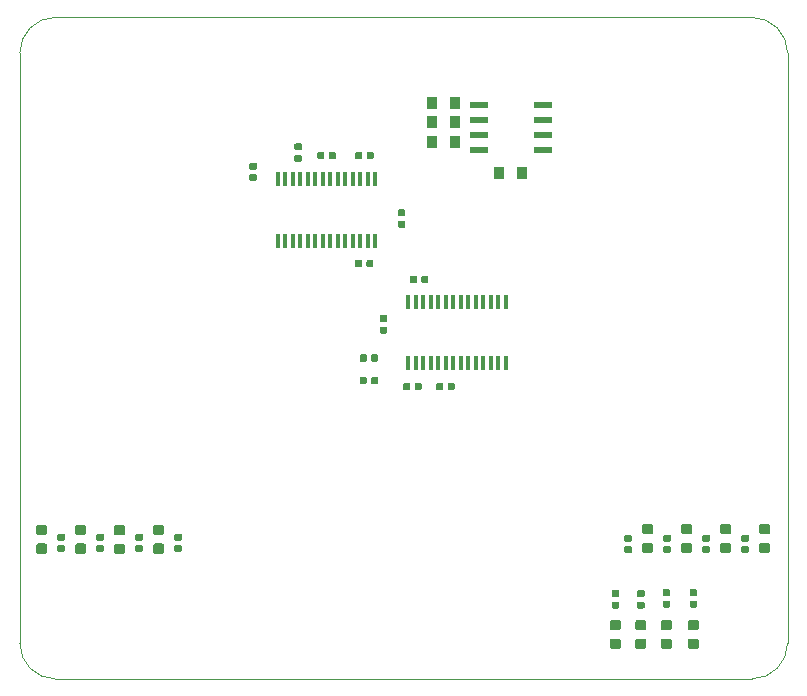
<source format=gbr>
G04 #@! TF.GenerationSoftware,KiCad,Pcbnew,5.1.5+dfsg1-2build2*
G04 #@! TF.CreationDate,2021-09-09T19:15:16+02:00*
G04 #@! TF.ProjectId,RPi_V24,5250695f-5632-4342-9e6b-696361645f70,1*
G04 #@! TF.SameCoordinates,Original*
G04 #@! TF.FileFunction,Paste,Top*
G04 #@! TF.FilePolarity,Positive*
%FSLAX46Y46*%
G04 Gerber Fmt 4.6, Leading zero omitted, Abs format (unit mm)*
G04 Created by KiCad (PCBNEW 5.1.5+dfsg1-2build2) date 2021-09-09 19:15:16*
%MOMM*%
%LPD*%
G04 APERTURE LIST*
%ADD10C,0.100000*%
%ADD11R,0.400000X1.200000*%
%ADD12R,1.550000X0.600000*%
%ADD13R,0.845000X1.000000*%
G04 APERTURE END LIST*
D10*
X78546356Y-63817611D02*
X78546356Y-113817611D01*
X78546356Y-63817611D02*
G75*
G02X81546356Y-60817611I3000000J0D01*
G01*
X140546356Y-60817611D02*
X81546356Y-60817611D01*
X140546356Y-60817611D02*
G75*
G02X143546356Y-63817611I0J-3000000D01*
G01*
X143546247Y-113792001D02*
X143546356Y-63817611D01*
X81546356Y-116817611D02*
G75*
G02X78546356Y-113817611I0J3000000D01*
G01*
X81546356Y-116817611D02*
X140546356Y-116817611D01*
X143546247Y-113792001D02*
G75*
G02X140546356Y-116817611I-2999891J-25610D01*
G01*
D11*
X100368500Y-74531500D03*
X101003500Y-74531500D03*
X101638500Y-74531500D03*
X102273500Y-74531500D03*
X102908500Y-74531500D03*
X103543500Y-74531500D03*
X104178500Y-74531500D03*
X104813500Y-74531500D03*
X105448500Y-74531500D03*
X106083500Y-74531500D03*
X106718500Y-74531500D03*
X107353500Y-74531500D03*
X107988500Y-74531500D03*
X108623500Y-74531500D03*
X108623500Y-79731500D03*
X107988500Y-79731500D03*
X107353500Y-79731500D03*
X106718500Y-79731500D03*
X106083500Y-79731500D03*
X105448500Y-79731500D03*
X104813500Y-79731500D03*
X104178500Y-79731500D03*
X103543500Y-79731500D03*
X102908500Y-79731500D03*
X102273500Y-79731500D03*
X101638500Y-79731500D03*
X101003500Y-79731500D03*
X100368500Y-79731500D03*
D10*
G36*
X129155458Y-109304210D02*
G01*
X129169776Y-109306334D01*
X129183817Y-109309851D01*
X129197446Y-109314728D01*
X129210531Y-109320917D01*
X129222947Y-109328358D01*
X129234573Y-109336981D01*
X129245298Y-109346702D01*
X129255019Y-109357427D01*
X129263642Y-109369053D01*
X129271083Y-109381469D01*
X129277272Y-109394554D01*
X129282149Y-109408183D01*
X129285666Y-109422224D01*
X129287790Y-109436542D01*
X129288500Y-109451000D01*
X129288500Y-109746000D01*
X129287790Y-109760458D01*
X129285666Y-109774776D01*
X129282149Y-109788817D01*
X129277272Y-109802446D01*
X129271083Y-109815531D01*
X129263642Y-109827947D01*
X129255019Y-109839573D01*
X129245298Y-109850298D01*
X129234573Y-109860019D01*
X129222947Y-109868642D01*
X129210531Y-109876083D01*
X129197446Y-109882272D01*
X129183817Y-109887149D01*
X129169776Y-109890666D01*
X129155458Y-109892790D01*
X129141000Y-109893500D01*
X128796000Y-109893500D01*
X128781542Y-109892790D01*
X128767224Y-109890666D01*
X128753183Y-109887149D01*
X128739554Y-109882272D01*
X128726469Y-109876083D01*
X128714053Y-109868642D01*
X128702427Y-109860019D01*
X128691702Y-109850298D01*
X128681981Y-109839573D01*
X128673358Y-109827947D01*
X128665917Y-109815531D01*
X128659728Y-109802446D01*
X128654851Y-109788817D01*
X128651334Y-109774776D01*
X128649210Y-109760458D01*
X128648500Y-109746000D01*
X128648500Y-109451000D01*
X128649210Y-109436542D01*
X128651334Y-109422224D01*
X128654851Y-109408183D01*
X128659728Y-109394554D01*
X128665917Y-109381469D01*
X128673358Y-109369053D01*
X128681981Y-109357427D01*
X128691702Y-109346702D01*
X128702427Y-109336981D01*
X128714053Y-109328358D01*
X128726469Y-109320917D01*
X128739554Y-109314728D01*
X128753183Y-109309851D01*
X128767224Y-109306334D01*
X128781542Y-109304210D01*
X128796000Y-109303500D01*
X129141000Y-109303500D01*
X129155458Y-109304210D01*
G37*
G36*
X129155458Y-110274210D02*
G01*
X129169776Y-110276334D01*
X129183817Y-110279851D01*
X129197446Y-110284728D01*
X129210531Y-110290917D01*
X129222947Y-110298358D01*
X129234573Y-110306981D01*
X129245298Y-110316702D01*
X129255019Y-110327427D01*
X129263642Y-110339053D01*
X129271083Y-110351469D01*
X129277272Y-110364554D01*
X129282149Y-110378183D01*
X129285666Y-110392224D01*
X129287790Y-110406542D01*
X129288500Y-110421000D01*
X129288500Y-110716000D01*
X129287790Y-110730458D01*
X129285666Y-110744776D01*
X129282149Y-110758817D01*
X129277272Y-110772446D01*
X129271083Y-110785531D01*
X129263642Y-110797947D01*
X129255019Y-110809573D01*
X129245298Y-110820298D01*
X129234573Y-110830019D01*
X129222947Y-110838642D01*
X129210531Y-110846083D01*
X129197446Y-110852272D01*
X129183817Y-110857149D01*
X129169776Y-110860666D01*
X129155458Y-110862790D01*
X129141000Y-110863500D01*
X128796000Y-110863500D01*
X128781542Y-110862790D01*
X128767224Y-110860666D01*
X128753183Y-110857149D01*
X128739554Y-110852272D01*
X128726469Y-110846083D01*
X128714053Y-110838642D01*
X128702427Y-110830019D01*
X128691702Y-110820298D01*
X128681981Y-110809573D01*
X128673358Y-110797947D01*
X128665917Y-110785531D01*
X128659728Y-110772446D01*
X128654851Y-110758817D01*
X128651334Y-110744776D01*
X128649210Y-110730458D01*
X128648500Y-110716000D01*
X128648500Y-110421000D01*
X128649210Y-110406542D01*
X128651334Y-110392224D01*
X128654851Y-110378183D01*
X128659728Y-110364554D01*
X128665917Y-110351469D01*
X128673358Y-110339053D01*
X128681981Y-110327427D01*
X128691702Y-110316702D01*
X128702427Y-110306981D01*
X128714053Y-110298358D01*
X128726469Y-110290917D01*
X128739554Y-110284728D01*
X128753183Y-110279851D01*
X128767224Y-110276334D01*
X128781542Y-110274210D01*
X128796000Y-110273500D01*
X129141000Y-110273500D01*
X129155458Y-110274210D01*
G37*
G36*
X129246191Y-113406553D02*
G01*
X129267426Y-113409703D01*
X129288250Y-113414919D01*
X129308462Y-113422151D01*
X129327868Y-113431330D01*
X129346281Y-113442366D01*
X129363524Y-113455154D01*
X129379430Y-113469570D01*
X129393846Y-113485476D01*
X129406634Y-113502719D01*
X129417670Y-113521132D01*
X129426849Y-113540538D01*
X129434081Y-113560750D01*
X129439297Y-113581574D01*
X129442447Y-113602809D01*
X129443500Y-113624250D01*
X129443500Y-114061750D01*
X129442447Y-114083191D01*
X129439297Y-114104426D01*
X129434081Y-114125250D01*
X129426849Y-114145462D01*
X129417670Y-114164868D01*
X129406634Y-114183281D01*
X129393846Y-114200524D01*
X129379430Y-114216430D01*
X129363524Y-114230846D01*
X129346281Y-114243634D01*
X129327868Y-114254670D01*
X129308462Y-114263849D01*
X129288250Y-114271081D01*
X129267426Y-114276297D01*
X129246191Y-114279447D01*
X129224750Y-114280500D01*
X128712250Y-114280500D01*
X128690809Y-114279447D01*
X128669574Y-114276297D01*
X128648750Y-114271081D01*
X128628538Y-114263849D01*
X128609132Y-114254670D01*
X128590719Y-114243634D01*
X128573476Y-114230846D01*
X128557570Y-114216430D01*
X128543154Y-114200524D01*
X128530366Y-114183281D01*
X128519330Y-114164868D01*
X128510151Y-114145462D01*
X128502919Y-114125250D01*
X128497703Y-114104426D01*
X128494553Y-114083191D01*
X128493500Y-114061750D01*
X128493500Y-113624250D01*
X128494553Y-113602809D01*
X128497703Y-113581574D01*
X128502919Y-113560750D01*
X128510151Y-113540538D01*
X128519330Y-113521132D01*
X128530366Y-113502719D01*
X128543154Y-113485476D01*
X128557570Y-113469570D01*
X128573476Y-113455154D01*
X128590719Y-113442366D01*
X128609132Y-113431330D01*
X128628538Y-113422151D01*
X128648750Y-113414919D01*
X128669574Y-113409703D01*
X128690809Y-113406553D01*
X128712250Y-113405500D01*
X129224750Y-113405500D01*
X129246191Y-113406553D01*
G37*
G36*
X129246191Y-111831553D02*
G01*
X129267426Y-111834703D01*
X129288250Y-111839919D01*
X129308462Y-111847151D01*
X129327868Y-111856330D01*
X129346281Y-111867366D01*
X129363524Y-111880154D01*
X129379430Y-111894570D01*
X129393846Y-111910476D01*
X129406634Y-111927719D01*
X129417670Y-111946132D01*
X129426849Y-111965538D01*
X129434081Y-111985750D01*
X129439297Y-112006574D01*
X129442447Y-112027809D01*
X129443500Y-112049250D01*
X129443500Y-112486750D01*
X129442447Y-112508191D01*
X129439297Y-112529426D01*
X129434081Y-112550250D01*
X129426849Y-112570462D01*
X129417670Y-112589868D01*
X129406634Y-112608281D01*
X129393846Y-112625524D01*
X129379430Y-112641430D01*
X129363524Y-112655846D01*
X129346281Y-112668634D01*
X129327868Y-112679670D01*
X129308462Y-112688849D01*
X129288250Y-112696081D01*
X129267426Y-112701297D01*
X129246191Y-112704447D01*
X129224750Y-112705500D01*
X128712250Y-112705500D01*
X128690809Y-112704447D01*
X128669574Y-112701297D01*
X128648750Y-112696081D01*
X128628538Y-112688849D01*
X128609132Y-112679670D01*
X128590719Y-112668634D01*
X128573476Y-112655846D01*
X128557570Y-112641430D01*
X128543154Y-112625524D01*
X128530366Y-112608281D01*
X128519330Y-112589868D01*
X128510151Y-112570462D01*
X128502919Y-112550250D01*
X128497703Y-112529426D01*
X128494553Y-112508191D01*
X128493500Y-112486750D01*
X128493500Y-112049250D01*
X128494553Y-112027809D01*
X128497703Y-112006574D01*
X128502919Y-111985750D01*
X128510151Y-111965538D01*
X128519330Y-111946132D01*
X128530366Y-111927719D01*
X128543154Y-111910476D01*
X128557570Y-111894570D01*
X128573476Y-111880154D01*
X128590719Y-111867366D01*
X128609132Y-111856330D01*
X128628538Y-111847151D01*
X128648750Y-111839919D01*
X128669574Y-111834703D01*
X128690809Y-111831553D01*
X128712250Y-111830500D01*
X129224750Y-111830500D01*
X129246191Y-111831553D01*
G37*
D12*
X122800000Y-72005000D03*
X122800000Y-70735000D03*
X122800000Y-69465000D03*
X122800000Y-68195000D03*
X117400000Y-68195000D03*
X117400000Y-69465000D03*
X117400000Y-70735000D03*
X117400000Y-72005000D03*
D13*
X115362500Y-69700000D03*
X113437500Y-69700000D03*
X113437500Y-71400000D03*
X115362500Y-71400000D03*
X121062500Y-74000000D03*
X119137500Y-74000000D03*
X113437500Y-68100000D03*
X115362500Y-68100000D03*
D11*
X119702500Y-84914000D03*
X119067500Y-84914000D03*
X118432500Y-84914000D03*
X117797500Y-84914000D03*
X117162500Y-84914000D03*
X116527500Y-84914000D03*
X115892500Y-84914000D03*
X115257500Y-84914000D03*
X114622500Y-84914000D03*
X113987500Y-84914000D03*
X113352500Y-84914000D03*
X112717500Y-84914000D03*
X112082500Y-84914000D03*
X111447500Y-84914000D03*
X111447500Y-90114000D03*
X112082500Y-90114000D03*
X112717500Y-90114000D03*
X113352500Y-90114000D03*
X113987500Y-90114000D03*
X114622500Y-90114000D03*
X115257500Y-90114000D03*
X115892500Y-90114000D03*
X116527500Y-90114000D03*
X117162500Y-90114000D03*
X117797500Y-90114000D03*
X118432500Y-90114000D03*
X119067500Y-90114000D03*
X119702500Y-90114000D03*
D10*
G36*
X135278691Y-105291053D02*
G01*
X135299926Y-105294203D01*
X135320750Y-105299419D01*
X135340962Y-105306651D01*
X135360368Y-105315830D01*
X135378781Y-105326866D01*
X135396024Y-105339654D01*
X135411930Y-105354070D01*
X135426346Y-105369976D01*
X135439134Y-105387219D01*
X135450170Y-105405632D01*
X135459349Y-105425038D01*
X135466581Y-105445250D01*
X135471797Y-105466074D01*
X135474947Y-105487309D01*
X135476000Y-105508750D01*
X135476000Y-105946250D01*
X135474947Y-105967691D01*
X135471797Y-105988926D01*
X135466581Y-106009750D01*
X135459349Y-106029962D01*
X135450170Y-106049368D01*
X135439134Y-106067781D01*
X135426346Y-106085024D01*
X135411930Y-106100930D01*
X135396024Y-106115346D01*
X135378781Y-106128134D01*
X135360368Y-106139170D01*
X135340962Y-106148349D01*
X135320750Y-106155581D01*
X135299926Y-106160797D01*
X135278691Y-106163947D01*
X135257250Y-106165000D01*
X134744750Y-106165000D01*
X134723309Y-106163947D01*
X134702074Y-106160797D01*
X134681250Y-106155581D01*
X134661038Y-106148349D01*
X134641632Y-106139170D01*
X134623219Y-106128134D01*
X134605976Y-106115346D01*
X134590070Y-106100930D01*
X134575654Y-106085024D01*
X134562866Y-106067781D01*
X134551830Y-106049368D01*
X134542651Y-106029962D01*
X134535419Y-106009750D01*
X134530203Y-105988926D01*
X134527053Y-105967691D01*
X134526000Y-105946250D01*
X134526000Y-105508750D01*
X134527053Y-105487309D01*
X134530203Y-105466074D01*
X134535419Y-105445250D01*
X134542651Y-105425038D01*
X134551830Y-105405632D01*
X134562866Y-105387219D01*
X134575654Y-105369976D01*
X134590070Y-105354070D01*
X134605976Y-105339654D01*
X134623219Y-105326866D01*
X134641632Y-105315830D01*
X134661038Y-105306651D01*
X134681250Y-105299419D01*
X134702074Y-105294203D01*
X134723309Y-105291053D01*
X134744750Y-105290000D01*
X135257250Y-105290000D01*
X135278691Y-105291053D01*
G37*
G36*
X135278691Y-103716053D02*
G01*
X135299926Y-103719203D01*
X135320750Y-103724419D01*
X135340962Y-103731651D01*
X135360368Y-103740830D01*
X135378781Y-103751866D01*
X135396024Y-103764654D01*
X135411930Y-103779070D01*
X135426346Y-103794976D01*
X135439134Y-103812219D01*
X135450170Y-103830632D01*
X135459349Y-103850038D01*
X135466581Y-103870250D01*
X135471797Y-103891074D01*
X135474947Y-103912309D01*
X135476000Y-103933750D01*
X135476000Y-104371250D01*
X135474947Y-104392691D01*
X135471797Y-104413926D01*
X135466581Y-104434750D01*
X135459349Y-104454962D01*
X135450170Y-104474368D01*
X135439134Y-104492781D01*
X135426346Y-104510024D01*
X135411930Y-104525930D01*
X135396024Y-104540346D01*
X135378781Y-104553134D01*
X135360368Y-104564170D01*
X135340962Y-104573349D01*
X135320750Y-104580581D01*
X135299926Y-104585797D01*
X135278691Y-104588947D01*
X135257250Y-104590000D01*
X134744750Y-104590000D01*
X134723309Y-104588947D01*
X134702074Y-104585797D01*
X134681250Y-104580581D01*
X134661038Y-104573349D01*
X134641632Y-104564170D01*
X134623219Y-104553134D01*
X134605976Y-104540346D01*
X134590070Y-104525930D01*
X134575654Y-104510024D01*
X134562866Y-104492781D01*
X134551830Y-104474368D01*
X134542651Y-104454962D01*
X134535419Y-104434750D01*
X134530203Y-104413926D01*
X134527053Y-104392691D01*
X134526000Y-104371250D01*
X134526000Y-103933750D01*
X134527053Y-103912309D01*
X134530203Y-103891074D01*
X134535419Y-103870250D01*
X134542651Y-103850038D01*
X134551830Y-103830632D01*
X134562866Y-103812219D01*
X134575654Y-103794976D01*
X134590070Y-103779070D01*
X134605976Y-103764654D01*
X134623219Y-103751866D01*
X134641632Y-103740830D01*
X134661038Y-103731651D01*
X134681250Y-103724419D01*
X134702074Y-103719203D01*
X134723309Y-103716053D01*
X134744750Y-103715000D01*
X135257250Y-103715000D01*
X135278691Y-103716053D01*
G37*
G36*
X131976691Y-103716053D02*
G01*
X131997926Y-103719203D01*
X132018750Y-103724419D01*
X132038962Y-103731651D01*
X132058368Y-103740830D01*
X132076781Y-103751866D01*
X132094024Y-103764654D01*
X132109930Y-103779070D01*
X132124346Y-103794976D01*
X132137134Y-103812219D01*
X132148170Y-103830632D01*
X132157349Y-103850038D01*
X132164581Y-103870250D01*
X132169797Y-103891074D01*
X132172947Y-103912309D01*
X132174000Y-103933750D01*
X132174000Y-104371250D01*
X132172947Y-104392691D01*
X132169797Y-104413926D01*
X132164581Y-104434750D01*
X132157349Y-104454962D01*
X132148170Y-104474368D01*
X132137134Y-104492781D01*
X132124346Y-104510024D01*
X132109930Y-104525930D01*
X132094024Y-104540346D01*
X132076781Y-104553134D01*
X132058368Y-104564170D01*
X132038962Y-104573349D01*
X132018750Y-104580581D01*
X131997926Y-104585797D01*
X131976691Y-104588947D01*
X131955250Y-104590000D01*
X131442750Y-104590000D01*
X131421309Y-104588947D01*
X131400074Y-104585797D01*
X131379250Y-104580581D01*
X131359038Y-104573349D01*
X131339632Y-104564170D01*
X131321219Y-104553134D01*
X131303976Y-104540346D01*
X131288070Y-104525930D01*
X131273654Y-104510024D01*
X131260866Y-104492781D01*
X131249830Y-104474368D01*
X131240651Y-104454962D01*
X131233419Y-104434750D01*
X131228203Y-104413926D01*
X131225053Y-104392691D01*
X131224000Y-104371250D01*
X131224000Y-103933750D01*
X131225053Y-103912309D01*
X131228203Y-103891074D01*
X131233419Y-103870250D01*
X131240651Y-103850038D01*
X131249830Y-103830632D01*
X131260866Y-103812219D01*
X131273654Y-103794976D01*
X131288070Y-103779070D01*
X131303976Y-103764654D01*
X131321219Y-103751866D01*
X131339632Y-103740830D01*
X131359038Y-103731651D01*
X131379250Y-103724419D01*
X131400074Y-103719203D01*
X131421309Y-103716053D01*
X131442750Y-103715000D01*
X131955250Y-103715000D01*
X131976691Y-103716053D01*
G37*
G36*
X131976691Y-105291053D02*
G01*
X131997926Y-105294203D01*
X132018750Y-105299419D01*
X132038962Y-105306651D01*
X132058368Y-105315830D01*
X132076781Y-105326866D01*
X132094024Y-105339654D01*
X132109930Y-105354070D01*
X132124346Y-105369976D01*
X132137134Y-105387219D01*
X132148170Y-105405632D01*
X132157349Y-105425038D01*
X132164581Y-105445250D01*
X132169797Y-105466074D01*
X132172947Y-105487309D01*
X132174000Y-105508750D01*
X132174000Y-105946250D01*
X132172947Y-105967691D01*
X132169797Y-105988926D01*
X132164581Y-106009750D01*
X132157349Y-106029962D01*
X132148170Y-106049368D01*
X132137134Y-106067781D01*
X132124346Y-106085024D01*
X132109930Y-106100930D01*
X132094024Y-106115346D01*
X132076781Y-106128134D01*
X132058368Y-106139170D01*
X132038962Y-106148349D01*
X132018750Y-106155581D01*
X131997926Y-106160797D01*
X131976691Y-106163947D01*
X131955250Y-106165000D01*
X131442750Y-106165000D01*
X131421309Y-106163947D01*
X131400074Y-106160797D01*
X131379250Y-106155581D01*
X131359038Y-106148349D01*
X131339632Y-106139170D01*
X131321219Y-106128134D01*
X131303976Y-106115346D01*
X131288070Y-106100930D01*
X131273654Y-106085024D01*
X131260866Y-106067781D01*
X131249830Y-106049368D01*
X131240651Y-106029962D01*
X131233419Y-106009750D01*
X131228203Y-105988926D01*
X131225053Y-105967691D01*
X131224000Y-105946250D01*
X131224000Y-105508750D01*
X131225053Y-105487309D01*
X131228203Y-105466074D01*
X131233419Y-105445250D01*
X131240651Y-105425038D01*
X131249830Y-105405632D01*
X131260866Y-105387219D01*
X131273654Y-105369976D01*
X131288070Y-105354070D01*
X131303976Y-105339654D01*
X131321219Y-105326866D01*
X131339632Y-105315830D01*
X131359038Y-105306651D01*
X131379250Y-105299419D01*
X131400074Y-105294203D01*
X131421309Y-105291053D01*
X131442750Y-105290000D01*
X131955250Y-105290000D01*
X131976691Y-105291053D01*
G37*
G36*
X138580691Y-105291053D02*
G01*
X138601926Y-105294203D01*
X138622750Y-105299419D01*
X138642962Y-105306651D01*
X138662368Y-105315830D01*
X138680781Y-105326866D01*
X138698024Y-105339654D01*
X138713930Y-105354070D01*
X138728346Y-105369976D01*
X138741134Y-105387219D01*
X138752170Y-105405632D01*
X138761349Y-105425038D01*
X138768581Y-105445250D01*
X138773797Y-105466074D01*
X138776947Y-105487309D01*
X138778000Y-105508750D01*
X138778000Y-105946250D01*
X138776947Y-105967691D01*
X138773797Y-105988926D01*
X138768581Y-106009750D01*
X138761349Y-106029962D01*
X138752170Y-106049368D01*
X138741134Y-106067781D01*
X138728346Y-106085024D01*
X138713930Y-106100930D01*
X138698024Y-106115346D01*
X138680781Y-106128134D01*
X138662368Y-106139170D01*
X138642962Y-106148349D01*
X138622750Y-106155581D01*
X138601926Y-106160797D01*
X138580691Y-106163947D01*
X138559250Y-106165000D01*
X138046750Y-106165000D01*
X138025309Y-106163947D01*
X138004074Y-106160797D01*
X137983250Y-106155581D01*
X137963038Y-106148349D01*
X137943632Y-106139170D01*
X137925219Y-106128134D01*
X137907976Y-106115346D01*
X137892070Y-106100930D01*
X137877654Y-106085024D01*
X137864866Y-106067781D01*
X137853830Y-106049368D01*
X137844651Y-106029962D01*
X137837419Y-106009750D01*
X137832203Y-105988926D01*
X137829053Y-105967691D01*
X137828000Y-105946250D01*
X137828000Y-105508750D01*
X137829053Y-105487309D01*
X137832203Y-105466074D01*
X137837419Y-105445250D01*
X137844651Y-105425038D01*
X137853830Y-105405632D01*
X137864866Y-105387219D01*
X137877654Y-105369976D01*
X137892070Y-105354070D01*
X137907976Y-105339654D01*
X137925219Y-105326866D01*
X137943632Y-105315830D01*
X137963038Y-105306651D01*
X137983250Y-105299419D01*
X138004074Y-105294203D01*
X138025309Y-105291053D01*
X138046750Y-105290000D01*
X138559250Y-105290000D01*
X138580691Y-105291053D01*
G37*
G36*
X138580691Y-103716053D02*
G01*
X138601926Y-103719203D01*
X138622750Y-103724419D01*
X138642962Y-103731651D01*
X138662368Y-103740830D01*
X138680781Y-103751866D01*
X138698024Y-103764654D01*
X138713930Y-103779070D01*
X138728346Y-103794976D01*
X138741134Y-103812219D01*
X138752170Y-103830632D01*
X138761349Y-103850038D01*
X138768581Y-103870250D01*
X138773797Y-103891074D01*
X138776947Y-103912309D01*
X138778000Y-103933750D01*
X138778000Y-104371250D01*
X138776947Y-104392691D01*
X138773797Y-104413926D01*
X138768581Y-104434750D01*
X138761349Y-104454962D01*
X138752170Y-104474368D01*
X138741134Y-104492781D01*
X138728346Y-104510024D01*
X138713930Y-104525930D01*
X138698024Y-104540346D01*
X138680781Y-104553134D01*
X138662368Y-104564170D01*
X138642962Y-104573349D01*
X138622750Y-104580581D01*
X138601926Y-104585797D01*
X138580691Y-104588947D01*
X138559250Y-104590000D01*
X138046750Y-104590000D01*
X138025309Y-104588947D01*
X138004074Y-104585797D01*
X137983250Y-104580581D01*
X137963038Y-104573349D01*
X137943632Y-104564170D01*
X137925219Y-104553134D01*
X137907976Y-104540346D01*
X137892070Y-104525930D01*
X137877654Y-104510024D01*
X137864866Y-104492781D01*
X137853830Y-104474368D01*
X137844651Y-104454962D01*
X137837419Y-104434750D01*
X137832203Y-104413926D01*
X137829053Y-104392691D01*
X137828000Y-104371250D01*
X137828000Y-103933750D01*
X137829053Y-103912309D01*
X137832203Y-103891074D01*
X137837419Y-103870250D01*
X137844651Y-103850038D01*
X137853830Y-103830632D01*
X137864866Y-103812219D01*
X137877654Y-103794976D01*
X137892070Y-103779070D01*
X137907976Y-103764654D01*
X137925219Y-103751866D01*
X137943632Y-103740830D01*
X137963038Y-103731651D01*
X137983250Y-103724419D01*
X138004074Y-103719203D01*
X138025309Y-103716053D01*
X138046750Y-103715000D01*
X138559250Y-103715000D01*
X138580691Y-103716053D01*
G37*
G36*
X141882691Y-103716053D02*
G01*
X141903926Y-103719203D01*
X141924750Y-103724419D01*
X141944962Y-103731651D01*
X141964368Y-103740830D01*
X141982781Y-103751866D01*
X142000024Y-103764654D01*
X142015930Y-103779070D01*
X142030346Y-103794976D01*
X142043134Y-103812219D01*
X142054170Y-103830632D01*
X142063349Y-103850038D01*
X142070581Y-103870250D01*
X142075797Y-103891074D01*
X142078947Y-103912309D01*
X142080000Y-103933750D01*
X142080000Y-104371250D01*
X142078947Y-104392691D01*
X142075797Y-104413926D01*
X142070581Y-104434750D01*
X142063349Y-104454962D01*
X142054170Y-104474368D01*
X142043134Y-104492781D01*
X142030346Y-104510024D01*
X142015930Y-104525930D01*
X142000024Y-104540346D01*
X141982781Y-104553134D01*
X141964368Y-104564170D01*
X141944962Y-104573349D01*
X141924750Y-104580581D01*
X141903926Y-104585797D01*
X141882691Y-104588947D01*
X141861250Y-104590000D01*
X141348750Y-104590000D01*
X141327309Y-104588947D01*
X141306074Y-104585797D01*
X141285250Y-104580581D01*
X141265038Y-104573349D01*
X141245632Y-104564170D01*
X141227219Y-104553134D01*
X141209976Y-104540346D01*
X141194070Y-104525930D01*
X141179654Y-104510024D01*
X141166866Y-104492781D01*
X141155830Y-104474368D01*
X141146651Y-104454962D01*
X141139419Y-104434750D01*
X141134203Y-104413926D01*
X141131053Y-104392691D01*
X141130000Y-104371250D01*
X141130000Y-103933750D01*
X141131053Y-103912309D01*
X141134203Y-103891074D01*
X141139419Y-103870250D01*
X141146651Y-103850038D01*
X141155830Y-103830632D01*
X141166866Y-103812219D01*
X141179654Y-103794976D01*
X141194070Y-103779070D01*
X141209976Y-103764654D01*
X141227219Y-103751866D01*
X141245632Y-103740830D01*
X141265038Y-103731651D01*
X141285250Y-103724419D01*
X141306074Y-103719203D01*
X141327309Y-103716053D01*
X141348750Y-103715000D01*
X141861250Y-103715000D01*
X141882691Y-103716053D01*
G37*
G36*
X141882691Y-105291053D02*
G01*
X141903926Y-105294203D01*
X141924750Y-105299419D01*
X141944962Y-105306651D01*
X141964368Y-105315830D01*
X141982781Y-105326866D01*
X142000024Y-105339654D01*
X142015930Y-105354070D01*
X142030346Y-105369976D01*
X142043134Y-105387219D01*
X142054170Y-105405632D01*
X142063349Y-105425038D01*
X142070581Y-105445250D01*
X142075797Y-105466074D01*
X142078947Y-105487309D01*
X142080000Y-105508750D01*
X142080000Y-105946250D01*
X142078947Y-105967691D01*
X142075797Y-105988926D01*
X142070581Y-106009750D01*
X142063349Y-106029962D01*
X142054170Y-106049368D01*
X142043134Y-106067781D01*
X142030346Y-106085024D01*
X142015930Y-106100930D01*
X142000024Y-106115346D01*
X141982781Y-106128134D01*
X141964368Y-106139170D01*
X141944962Y-106148349D01*
X141924750Y-106155581D01*
X141903926Y-106160797D01*
X141882691Y-106163947D01*
X141861250Y-106165000D01*
X141348750Y-106165000D01*
X141327309Y-106163947D01*
X141306074Y-106160797D01*
X141285250Y-106155581D01*
X141265038Y-106148349D01*
X141245632Y-106139170D01*
X141227219Y-106128134D01*
X141209976Y-106115346D01*
X141194070Y-106100930D01*
X141179654Y-106085024D01*
X141166866Y-106067781D01*
X141155830Y-106049368D01*
X141146651Y-106029962D01*
X141139419Y-106009750D01*
X141134203Y-105988926D01*
X141131053Y-105967691D01*
X141130000Y-105946250D01*
X141130000Y-105508750D01*
X141131053Y-105487309D01*
X141134203Y-105466074D01*
X141139419Y-105445250D01*
X141146651Y-105425038D01*
X141155830Y-105405632D01*
X141166866Y-105387219D01*
X141179654Y-105369976D01*
X141194070Y-105354070D01*
X141209976Y-105339654D01*
X141227219Y-105326866D01*
X141245632Y-105315830D01*
X141265038Y-105306651D01*
X141285250Y-105299419D01*
X141306074Y-105294203D01*
X141327309Y-105291053D01*
X141348750Y-105290000D01*
X141861250Y-105290000D01*
X141882691Y-105291053D01*
G37*
G36*
X131405191Y-111831553D02*
G01*
X131426426Y-111834703D01*
X131447250Y-111839919D01*
X131467462Y-111847151D01*
X131486868Y-111856330D01*
X131505281Y-111867366D01*
X131522524Y-111880154D01*
X131538430Y-111894570D01*
X131552846Y-111910476D01*
X131565634Y-111927719D01*
X131576670Y-111946132D01*
X131585849Y-111965538D01*
X131593081Y-111985750D01*
X131598297Y-112006574D01*
X131601447Y-112027809D01*
X131602500Y-112049250D01*
X131602500Y-112486750D01*
X131601447Y-112508191D01*
X131598297Y-112529426D01*
X131593081Y-112550250D01*
X131585849Y-112570462D01*
X131576670Y-112589868D01*
X131565634Y-112608281D01*
X131552846Y-112625524D01*
X131538430Y-112641430D01*
X131522524Y-112655846D01*
X131505281Y-112668634D01*
X131486868Y-112679670D01*
X131467462Y-112688849D01*
X131447250Y-112696081D01*
X131426426Y-112701297D01*
X131405191Y-112704447D01*
X131383750Y-112705500D01*
X130871250Y-112705500D01*
X130849809Y-112704447D01*
X130828574Y-112701297D01*
X130807750Y-112696081D01*
X130787538Y-112688849D01*
X130768132Y-112679670D01*
X130749719Y-112668634D01*
X130732476Y-112655846D01*
X130716570Y-112641430D01*
X130702154Y-112625524D01*
X130689366Y-112608281D01*
X130678330Y-112589868D01*
X130669151Y-112570462D01*
X130661919Y-112550250D01*
X130656703Y-112529426D01*
X130653553Y-112508191D01*
X130652500Y-112486750D01*
X130652500Y-112049250D01*
X130653553Y-112027809D01*
X130656703Y-112006574D01*
X130661919Y-111985750D01*
X130669151Y-111965538D01*
X130678330Y-111946132D01*
X130689366Y-111927719D01*
X130702154Y-111910476D01*
X130716570Y-111894570D01*
X130732476Y-111880154D01*
X130749719Y-111867366D01*
X130768132Y-111856330D01*
X130787538Y-111847151D01*
X130807750Y-111839919D01*
X130828574Y-111834703D01*
X130849809Y-111831553D01*
X130871250Y-111830500D01*
X131383750Y-111830500D01*
X131405191Y-111831553D01*
G37*
G36*
X131405191Y-113406553D02*
G01*
X131426426Y-113409703D01*
X131447250Y-113414919D01*
X131467462Y-113422151D01*
X131486868Y-113431330D01*
X131505281Y-113442366D01*
X131522524Y-113455154D01*
X131538430Y-113469570D01*
X131552846Y-113485476D01*
X131565634Y-113502719D01*
X131576670Y-113521132D01*
X131585849Y-113540538D01*
X131593081Y-113560750D01*
X131598297Y-113581574D01*
X131601447Y-113602809D01*
X131602500Y-113624250D01*
X131602500Y-114061750D01*
X131601447Y-114083191D01*
X131598297Y-114104426D01*
X131593081Y-114125250D01*
X131585849Y-114145462D01*
X131576670Y-114164868D01*
X131565634Y-114183281D01*
X131552846Y-114200524D01*
X131538430Y-114216430D01*
X131522524Y-114230846D01*
X131505281Y-114243634D01*
X131486868Y-114254670D01*
X131467462Y-114263849D01*
X131447250Y-114271081D01*
X131426426Y-114276297D01*
X131405191Y-114279447D01*
X131383750Y-114280500D01*
X130871250Y-114280500D01*
X130849809Y-114279447D01*
X130828574Y-114276297D01*
X130807750Y-114271081D01*
X130787538Y-114263849D01*
X130768132Y-114254670D01*
X130749719Y-114243634D01*
X130732476Y-114230846D01*
X130716570Y-114216430D01*
X130702154Y-114200524D01*
X130689366Y-114183281D01*
X130678330Y-114164868D01*
X130669151Y-114145462D01*
X130661919Y-114125250D01*
X130656703Y-114104426D01*
X130653553Y-114083191D01*
X130652500Y-114061750D01*
X130652500Y-113624250D01*
X130653553Y-113602809D01*
X130656703Y-113581574D01*
X130661919Y-113560750D01*
X130669151Y-113540538D01*
X130678330Y-113521132D01*
X130689366Y-113502719D01*
X130702154Y-113485476D01*
X130716570Y-113469570D01*
X130732476Y-113455154D01*
X130749719Y-113442366D01*
X130768132Y-113431330D01*
X130787538Y-113422151D01*
X130807750Y-113414919D01*
X130828574Y-113409703D01*
X130849809Y-113406553D01*
X130871250Y-113405500D01*
X131383750Y-113405500D01*
X131405191Y-113406553D01*
G37*
G36*
X133564191Y-111831553D02*
G01*
X133585426Y-111834703D01*
X133606250Y-111839919D01*
X133626462Y-111847151D01*
X133645868Y-111856330D01*
X133664281Y-111867366D01*
X133681524Y-111880154D01*
X133697430Y-111894570D01*
X133711846Y-111910476D01*
X133724634Y-111927719D01*
X133735670Y-111946132D01*
X133744849Y-111965538D01*
X133752081Y-111985750D01*
X133757297Y-112006574D01*
X133760447Y-112027809D01*
X133761500Y-112049250D01*
X133761500Y-112486750D01*
X133760447Y-112508191D01*
X133757297Y-112529426D01*
X133752081Y-112550250D01*
X133744849Y-112570462D01*
X133735670Y-112589868D01*
X133724634Y-112608281D01*
X133711846Y-112625524D01*
X133697430Y-112641430D01*
X133681524Y-112655846D01*
X133664281Y-112668634D01*
X133645868Y-112679670D01*
X133626462Y-112688849D01*
X133606250Y-112696081D01*
X133585426Y-112701297D01*
X133564191Y-112704447D01*
X133542750Y-112705500D01*
X133030250Y-112705500D01*
X133008809Y-112704447D01*
X132987574Y-112701297D01*
X132966750Y-112696081D01*
X132946538Y-112688849D01*
X132927132Y-112679670D01*
X132908719Y-112668634D01*
X132891476Y-112655846D01*
X132875570Y-112641430D01*
X132861154Y-112625524D01*
X132848366Y-112608281D01*
X132837330Y-112589868D01*
X132828151Y-112570462D01*
X132820919Y-112550250D01*
X132815703Y-112529426D01*
X132812553Y-112508191D01*
X132811500Y-112486750D01*
X132811500Y-112049250D01*
X132812553Y-112027809D01*
X132815703Y-112006574D01*
X132820919Y-111985750D01*
X132828151Y-111965538D01*
X132837330Y-111946132D01*
X132848366Y-111927719D01*
X132861154Y-111910476D01*
X132875570Y-111894570D01*
X132891476Y-111880154D01*
X132908719Y-111867366D01*
X132927132Y-111856330D01*
X132946538Y-111847151D01*
X132966750Y-111839919D01*
X132987574Y-111834703D01*
X133008809Y-111831553D01*
X133030250Y-111830500D01*
X133542750Y-111830500D01*
X133564191Y-111831553D01*
G37*
G36*
X133564191Y-113406553D02*
G01*
X133585426Y-113409703D01*
X133606250Y-113414919D01*
X133626462Y-113422151D01*
X133645868Y-113431330D01*
X133664281Y-113442366D01*
X133681524Y-113455154D01*
X133697430Y-113469570D01*
X133711846Y-113485476D01*
X133724634Y-113502719D01*
X133735670Y-113521132D01*
X133744849Y-113540538D01*
X133752081Y-113560750D01*
X133757297Y-113581574D01*
X133760447Y-113602809D01*
X133761500Y-113624250D01*
X133761500Y-114061750D01*
X133760447Y-114083191D01*
X133757297Y-114104426D01*
X133752081Y-114125250D01*
X133744849Y-114145462D01*
X133735670Y-114164868D01*
X133724634Y-114183281D01*
X133711846Y-114200524D01*
X133697430Y-114216430D01*
X133681524Y-114230846D01*
X133664281Y-114243634D01*
X133645868Y-114254670D01*
X133626462Y-114263849D01*
X133606250Y-114271081D01*
X133585426Y-114276297D01*
X133564191Y-114279447D01*
X133542750Y-114280500D01*
X133030250Y-114280500D01*
X133008809Y-114279447D01*
X132987574Y-114276297D01*
X132966750Y-114271081D01*
X132946538Y-114263849D01*
X132927132Y-114254670D01*
X132908719Y-114243634D01*
X132891476Y-114230846D01*
X132875570Y-114216430D01*
X132861154Y-114200524D01*
X132848366Y-114183281D01*
X132837330Y-114164868D01*
X132828151Y-114145462D01*
X132820919Y-114125250D01*
X132815703Y-114104426D01*
X132812553Y-114083191D01*
X132811500Y-114061750D01*
X132811500Y-113624250D01*
X132812553Y-113602809D01*
X132815703Y-113581574D01*
X132820919Y-113560750D01*
X132828151Y-113540538D01*
X132837330Y-113521132D01*
X132848366Y-113502719D01*
X132861154Y-113485476D01*
X132875570Y-113469570D01*
X132891476Y-113455154D01*
X132908719Y-113442366D01*
X132927132Y-113431330D01*
X132946538Y-113422151D01*
X132966750Y-113414919D01*
X132987574Y-113409703D01*
X133008809Y-113406553D01*
X133030250Y-113405500D01*
X133542750Y-113405500D01*
X133564191Y-113406553D01*
G37*
G36*
X135850191Y-113406553D02*
G01*
X135871426Y-113409703D01*
X135892250Y-113414919D01*
X135912462Y-113422151D01*
X135931868Y-113431330D01*
X135950281Y-113442366D01*
X135967524Y-113455154D01*
X135983430Y-113469570D01*
X135997846Y-113485476D01*
X136010634Y-113502719D01*
X136021670Y-113521132D01*
X136030849Y-113540538D01*
X136038081Y-113560750D01*
X136043297Y-113581574D01*
X136046447Y-113602809D01*
X136047500Y-113624250D01*
X136047500Y-114061750D01*
X136046447Y-114083191D01*
X136043297Y-114104426D01*
X136038081Y-114125250D01*
X136030849Y-114145462D01*
X136021670Y-114164868D01*
X136010634Y-114183281D01*
X135997846Y-114200524D01*
X135983430Y-114216430D01*
X135967524Y-114230846D01*
X135950281Y-114243634D01*
X135931868Y-114254670D01*
X135912462Y-114263849D01*
X135892250Y-114271081D01*
X135871426Y-114276297D01*
X135850191Y-114279447D01*
X135828750Y-114280500D01*
X135316250Y-114280500D01*
X135294809Y-114279447D01*
X135273574Y-114276297D01*
X135252750Y-114271081D01*
X135232538Y-114263849D01*
X135213132Y-114254670D01*
X135194719Y-114243634D01*
X135177476Y-114230846D01*
X135161570Y-114216430D01*
X135147154Y-114200524D01*
X135134366Y-114183281D01*
X135123330Y-114164868D01*
X135114151Y-114145462D01*
X135106919Y-114125250D01*
X135101703Y-114104426D01*
X135098553Y-114083191D01*
X135097500Y-114061750D01*
X135097500Y-113624250D01*
X135098553Y-113602809D01*
X135101703Y-113581574D01*
X135106919Y-113560750D01*
X135114151Y-113540538D01*
X135123330Y-113521132D01*
X135134366Y-113502719D01*
X135147154Y-113485476D01*
X135161570Y-113469570D01*
X135177476Y-113455154D01*
X135194719Y-113442366D01*
X135213132Y-113431330D01*
X135232538Y-113422151D01*
X135252750Y-113414919D01*
X135273574Y-113409703D01*
X135294809Y-113406553D01*
X135316250Y-113405500D01*
X135828750Y-113405500D01*
X135850191Y-113406553D01*
G37*
G36*
X135850191Y-111831553D02*
G01*
X135871426Y-111834703D01*
X135892250Y-111839919D01*
X135912462Y-111847151D01*
X135931868Y-111856330D01*
X135950281Y-111867366D01*
X135967524Y-111880154D01*
X135983430Y-111894570D01*
X135997846Y-111910476D01*
X136010634Y-111927719D01*
X136021670Y-111946132D01*
X136030849Y-111965538D01*
X136038081Y-111985750D01*
X136043297Y-112006574D01*
X136046447Y-112027809D01*
X136047500Y-112049250D01*
X136047500Y-112486750D01*
X136046447Y-112508191D01*
X136043297Y-112529426D01*
X136038081Y-112550250D01*
X136030849Y-112570462D01*
X136021670Y-112589868D01*
X136010634Y-112608281D01*
X135997846Y-112625524D01*
X135983430Y-112641430D01*
X135967524Y-112655846D01*
X135950281Y-112668634D01*
X135931868Y-112679670D01*
X135912462Y-112688849D01*
X135892250Y-112696081D01*
X135871426Y-112701297D01*
X135850191Y-112704447D01*
X135828750Y-112705500D01*
X135316250Y-112705500D01*
X135294809Y-112704447D01*
X135273574Y-112701297D01*
X135252750Y-112696081D01*
X135232538Y-112688849D01*
X135213132Y-112679670D01*
X135194719Y-112668634D01*
X135177476Y-112655846D01*
X135161570Y-112641430D01*
X135147154Y-112625524D01*
X135134366Y-112608281D01*
X135123330Y-112589868D01*
X135114151Y-112570462D01*
X135106919Y-112550250D01*
X135101703Y-112529426D01*
X135098553Y-112508191D01*
X135097500Y-112486750D01*
X135097500Y-112049250D01*
X135098553Y-112027809D01*
X135101703Y-112006574D01*
X135106919Y-111985750D01*
X135114151Y-111965538D01*
X135123330Y-111946132D01*
X135134366Y-111927719D01*
X135147154Y-111910476D01*
X135161570Y-111894570D01*
X135177476Y-111880154D01*
X135194719Y-111867366D01*
X135213132Y-111856330D01*
X135232538Y-111847151D01*
X135252750Y-111839919D01*
X135273574Y-111834703D01*
X135294809Y-111831553D01*
X135316250Y-111830500D01*
X135828750Y-111830500D01*
X135850191Y-111831553D01*
G37*
G36*
X83970691Y-105354553D02*
G01*
X83991926Y-105357703D01*
X84012750Y-105362919D01*
X84032962Y-105370151D01*
X84052368Y-105379330D01*
X84070781Y-105390366D01*
X84088024Y-105403154D01*
X84103930Y-105417570D01*
X84118346Y-105433476D01*
X84131134Y-105450719D01*
X84142170Y-105469132D01*
X84151349Y-105488538D01*
X84158581Y-105508750D01*
X84163797Y-105529574D01*
X84166947Y-105550809D01*
X84168000Y-105572250D01*
X84168000Y-106009750D01*
X84166947Y-106031191D01*
X84163797Y-106052426D01*
X84158581Y-106073250D01*
X84151349Y-106093462D01*
X84142170Y-106112868D01*
X84131134Y-106131281D01*
X84118346Y-106148524D01*
X84103930Y-106164430D01*
X84088024Y-106178846D01*
X84070781Y-106191634D01*
X84052368Y-106202670D01*
X84032962Y-106211849D01*
X84012750Y-106219081D01*
X83991926Y-106224297D01*
X83970691Y-106227447D01*
X83949250Y-106228500D01*
X83436750Y-106228500D01*
X83415309Y-106227447D01*
X83394074Y-106224297D01*
X83373250Y-106219081D01*
X83353038Y-106211849D01*
X83333632Y-106202670D01*
X83315219Y-106191634D01*
X83297976Y-106178846D01*
X83282070Y-106164430D01*
X83267654Y-106148524D01*
X83254866Y-106131281D01*
X83243830Y-106112868D01*
X83234651Y-106093462D01*
X83227419Y-106073250D01*
X83222203Y-106052426D01*
X83219053Y-106031191D01*
X83218000Y-106009750D01*
X83218000Y-105572250D01*
X83219053Y-105550809D01*
X83222203Y-105529574D01*
X83227419Y-105508750D01*
X83234651Y-105488538D01*
X83243830Y-105469132D01*
X83254866Y-105450719D01*
X83267654Y-105433476D01*
X83282070Y-105417570D01*
X83297976Y-105403154D01*
X83315219Y-105390366D01*
X83333632Y-105379330D01*
X83353038Y-105370151D01*
X83373250Y-105362919D01*
X83394074Y-105357703D01*
X83415309Y-105354553D01*
X83436750Y-105353500D01*
X83949250Y-105353500D01*
X83970691Y-105354553D01*
G37*
G36*
X83970691Y-103779553D02*
G01*
X83991926Y-103782703D01*
X84012750Y-103787919D01*
X84032962Y-103795151D01*
X84052368Y-103804330D01*
X84070781Y-103815366D01*
X84088024Y-103828154D01*
X84103930Y-103842570D01*
X84118346Y-103858476D01*
X84131134Y-103875719D01*
X84142170Y-103894132D01*
X84151349Y-103913538D01*
X84158581Y-103933750D01*
X84163797Y-103954574D01*
X84166947Y-103975809D01*
X84168000Y-103997250D01*
X84168000Y-104434750D01*
X84166947Y-104456191D01*
X84163797Y-104477426D01*
X84158581Y-104498250D01*
X84151349Y-104518462D01*
X84142170Y-104537868D01*
X84131134Y-104556281D01*
X84118346Y-104573524D01*
X84103930Y-104589430D01*
X84088024Y-104603846D01*
X84070781Y-104616634D01*
X84052368Y-104627670D01*
X84032962Y-104636849D01*
X84012750Y-104644081D01*
X83991926Y-104649297D01*
X83970691Y-104652447D01*
X83949250Y-104653500D01*
X83436750Y-104653500D01*
X83415309Y-104652447D01*
X83394074Y-104649297D01*
X83373250Y-104644081D01*
X83353038Y-104636849D01*
X83333632Y-104627670D01*
X83315219Y-104616634D01*
X83297976Y-104603846D01*
X83282070Y-104589430D01*
X83267654Y-104573524D01*
X83254866Y-104556281D01*
X83243830Y-104537868D01*
X83234651Y-104518462D01*
X83227419Y-104498250D01*
X83222203Y-104477426D01*
X83219053Y-104456191D01*
X83218000Y-104434750D01*
X83218000Y-103997250D01*
X83219053Y-103975809D01*
X83222203Y-103954574D01*
X83227419Y-103933750D01*
X83234651Y-103913538D01*
X83243830Y-103894132D01*
X83254866Y-103875719D01*
X83267654Y-103858476D01*
X83282070Y-103842570D01*
X83297976Y-103828154D01*
X83315219Y-103815366D01*
X83333632Y-103804330D01*
X83353038Y-103795151D01*
X83373250Y-103787919D01*
X83394074Y-103782703D01*
X83415309Y-103779553D01*
X83436750Y-103778500D01*
X83949250Y-103778500D01*
X83970691Y-103779553D01*
G37*
G36*
X80668691Y-103779553D02*
G01*
X80689926Y-103782703D01*
X80710750Y-103787919D01*
X80730962Y-103795151D01*
X80750368Y-103804330D01*
X80768781Y-103815366D01*
X80786024Y-103828154D01*
X80801930Y-103842570D01*
X80816346Y-103858476D01*
X80829134Y-103875719D01*
X80840170Y-103894132D01*
X80849349Y-103913538D01*
X80856581Y-103933750D01*
X80861797Y-103954574D01*
X80864947Y-103975809D01*
X80866000Y-103997250D01*
X80866000Y-104434750D01*
X80864947Y-104456191D01*
X80861797Y-104477426D01*
X80856581Y-104498250D01*
X80849349Y-104518462D01*
X80840170Y-104537868D01*
X80829134Y-104556281D01*
X80816346Y-104573524D01*
X80801930Y-104589430D01*
X80786024Y-104603846D01*
X80768781Y-104616634D01*
X80750368Y-104627670D01*
X80730962Y-104636849D01*
X80710750Y-104644081D01*
X80689926Y-104649297D01*
X80668691Y-104652447D01*
X80647250Y-104653500D01*
X80134750Y-104653500D01*
X80113309Y-104652447D01*
X80092074Y-104649297D01*
X80071250Y-104644081D01*
X80051038Y-104636849D01*
X80031632Y-104627670D01*
X80013219Y-104616634D01*
X79995976Y-104603846D01*
X79980070Y-104589430D01*
X79965654Y-104573524D01*
X79952866Y-104556281D01*
X79941830Y-104537868D01*
X79932651Y-104518462D01*
X79925419Y-104498250D01*
X79920203Y-104477426D01*
X79917053Y-104456191D01*
X79916000Y-104434750D01*
X79916000Y-103997250D01*
X79917053Y-103975809D01*
X79920203Y-103954574D01*
X79925419Y-103933750D01*
X79932651Y-103913538D01*
X79941830Y-103894132D01*
X79952866Y-103875719D01*
X79965654Y-103858476D01*
X79980070Y-103842570D01*
X79995976Y-103828154D01*
X80013219Y-103815366D01*
X80031632Y-103804330D01*
X80051038Y-103795151D01*
X80071250Y-103787919D01*
X80092074Y-103782703D01*
X80113309Y-103779553D01*
X80134750Y-103778500D01*
X80647250Y-103778500D01*
X80668691Y-103779553D01*
G37*
G36*
X80668691Y-105354553D02*
G01*
X80689926Y-105357703D01*
X80710750Y-105362919D01*
X80730962Y-105370151D01*
X80750368Y-105379330D01*
X80768781Y-105390366D01*
X80786024Y-105403154D01*
X80801930Y-105417570D01*
X80816346Y-105433476D01*
X80829134Y-105450719D01*
X80840170Y-105469132D01*
X80849349Y-105488538D01*
X80856581Y-105508750D01*
X80861797Y-105529574D01*
X80864947Y-105550809D01*
X80866000Y-105572250D01*
X80866000Y-106009750D01*
X80864947Y-106031191D01*
X80861797Y-106052426D01*
X80856581Y-106073250D01*
X80849349Y-106093462D01*
X80840170Y-106112868D01*
X80829134Y-106131281D01*
X80816346Y-106148524D01*
X80801930Y-106164430D01*
X80786024Y-106178846D01*
X80768781Y-106191634D01*
X80750368Y-106202670D01*
X80730962Y-106211849D01*
X80710750Y-106219081D01*
X80689926Y-106224297D01*
X80668691Y-106227447D01*
X80647250Y-106228500D01*
X80134750Y-106228500D01*
X80113309Y-106227447D01*
X80092074Y-106224297D01*
X80071250Y-106219081D01*
X80051038Y-106211849D01*
X80031632Y-106202670D01*
X80013219Y-106191634D01*
X79995976Y-106178846D01*
X79980070Y-106164430D01*
X79965654Y-106148524D01*
X79952866Y-106131281D01*
X79941830Y-106112868D01*
X79932651Y-106093462D01*
X79925419Y-106073250D01*
X79920203Y-106052426D01*
X79917053Y-106031191D01*
X79916000Y-106009750D01*
X79916000Y-105572250D01*
X79917053Y-105550809D01*
X79920203Y-105529574D01*
X79925419Y-105508750D01*
X79932651Y-105488538D01*
X79941830Y-105469132D01*
X79952866Y-105450719D01*
X79965654Y-105433476D01*
X79980070Y-105417570D01*
X79995976Y-105403154D01*
X80013219Y-105390366D01*
X80031632Y-105379330D01*
X80051038Y-105370151D01*
X80071250Y-105362919D01*
X80092074Y-105357703D01*
X80113309Y-105354553D01*
X80134750Y-105353500D01*
X80647250Y-105353500D01*
X80668691Y-105354553D01*
G37*
G36*
X87272691Y-105380053D02*
G01*
X87293926Y-105383203D01*
X87314750Y-105388419D01*
X87334962Y-105395651D01*
X87354368Y-105404830D01*
X87372781Y-105415866D01*
X87390024Y-105428654D01*
X87405930Y-105443070D01*
X87420346Y-105458976D01*
X87433134Y-105476219D01*
X87444170Y-105494632D01*
X87453349Y-105514038D01*
X87460581Y-105534250D01*
X87465797Y-105555074D01*
X87468947Y-105576309D01*
X87470000Y-105597750D01*
X87470000Y-106035250D01*
X87468947Y-106056691D01*
X87465797Y-106077926D01*
X87460581Y-106098750D01*
X87453349Y-106118962D01*
X87444170Y-106138368D01*
X87433134Y-106156781D01*
X87420346Y-106174024D01*
X87405930Y-106189930D01*
X87390024Y-106204346D01*
X87372781Y-106217134D01*
X87354368Y-106228170D01*
X87334962Y-106237349D01*
X87314750Y-106244581D01*
X87293926Y-106249797D01*
X87272691Y-106252947D01*
X87251250Y-106254000D01*
X86738750Y-106254000D01*
X86717309Y-106252947D01*
X86696074Y-106249797D01*
X86675250Y-106244581D01*
X86655038Y-106237349D01*
X86635632Y-106228170D01*
X86617219Y-106217134D01*
X86599976Y-106204346D01*
X86584070Y-106189930D01*
X86569654Y-106174024D01*
X86556866Y-106156781D01*
X86545830Y-106138368D01*
X86536651Y-106118962D01*
X86529419Y-106098750D01*
X86524203Y-106077926D01*
X86521053Y-106056691D01*
X86520000Y-106035250D01*
X86520000Y-105597750D01*
X86521053Y-105576309D01*
X86524203Y-105555074D01*
X86529419Y-105534250D01*
X86536651Y-105514038D01*
X86545830Y-105494632D01*
X86556866Y-105476219D01*
X86569654Y-105458976D01*
X86584070Y-105443070D01*
X86599976Y-105428654D01*
X86617219Y-105415866D01*
X86635632Y-105404830D01*
X86655038Y-105395651D01*
X86675250Y-105388419D01*
X86696074Y-105383203D01*
X86717309Y-105380053D01*
X86738750Y-105379000D01*
X87251250Y-105379000D01*
X87272691Y-105380053D01*
G37*
G36*
X87272691Y-103805053D02*
G01*
X87293926Y-103808203D01*
X87314750Y-103813419D01*
X87334962Y-103820651D01*
X87354368Y-103829830D01*
X87372781Y-103840866D01*
X87390024Y-103853654D01*
X87405930Y-103868070D01*
X87420346Y-103883976D01*
X87433134Y-103901219D01*
X87444170Y-103919632D01*
X87453349Y-103939038D01*
X87460581Y-103959250D01*
X87465797Y-103980074D01*
X87468947Y-104001309D01*
X87470000Y-104022750D01*
X87470000Y-104460250D01*
X87468947Y-104481691D01*
X87465797Y-104502926D01*
X87460581Y-104523750D01*
X87453349Y-104543962D01*
X87444170Y-104563368D01*
X87433134Y-104581781D01*
X87420346Y-104599024D01*
X87405930Y-104614930D01*
X87390024Y-104629346D01*
X87372781Y-104642134D01*
X87354368Y-104653170D01*
X87334962Y-104662349D01*
X87314750Y-104669581D01*
X87293926Y-104674797D01*
X87272691Y-104677947D01*
X87251250Y-104679000D01*
X86738750Y-104679000D01*
X86717309Y-104677947D01*
X86696074Y-104674797D01*
X86675250Y-104669581D01*
X86655038Y-104662349D01*
X86635632Y-104653170D01*
X86617219Y-104642134D01*
X86599976Y-104629346D01*
X86584070Y-104614930D01*
X86569654Y-104599024D01*
X86556866Y-104581781D01*
X86545830Y-104563368D01*
X86536651Y-104543962D01*
X86529419Y-104523750D01*
X86524203Y-104502926D01*
X86521053Y-104481691D01*
X86520000Y-104460250D01*
X86520000Y-104022750D01*
X86521053Y-104001309D01*
X86524203Y-103980074D01*
X86529419Y-103959250D01*
X86536651Y-103939038D01*
X86545830Y-103919632D01*
X86556866Y-103901219D01*
X86569654Y-103883976D01*
X86584070Y-103868070D01*
X86599976Y-103853654D01*
X86617219Y-103840866D01*
X86635632Y-103829830D01*
X86655038Y-103820651D01*
X86675250Y-103813419D01*
X86696074Y-103808203D01*
X86717309Y-103805053D01*
X86738750Y-103804000D01*
X87251250Y-103804000D01*
X87272691Y-103805053D01*
G37*
G36*
X90574691Y-103779553D02*
G01*
X90595926Y-103782703D01*
X90616750Y-103787919D01*
X90636962Y-103795151D01*
X90656368Y-103804330D01*
X90674781Y-103815366D01*
X90692024Y-103828154D01*
X90707930Y-103842570D01*
X90722346Y-103858476D01*
X90735134Y-103875719D01*
X90746170Y-103894132D01*
X90755349Y-103913538D01*
X90762581Y-103933750D01*
X90767797Y-103954574D01*
X90770947Y-103975809D01*
X90772000Y-103997250D01*
X90772000Y-104434750D01*
X90770947Y-104456191D01*
X90767797Y-104477426D01*
X90762581Y-104498250D01*
X90755349Y-104518462D01*
X90746170Y-104537868D01*
X90735134Y-104556281D01*
X90722346Y-104573524D01*
X90707930Y-104589430D01*
X90692024Y-104603846D01*
X90674781Y-104616634D01*
X90656368Y-104627670D01*
X90636962Y-104636849D01*
X90616750Y-104644081D01*
X90595926Y-104649297D01*
X90574691Y-104652447D01*
X90553250Y-104653500D01*
X90040750Y-104653500D01*
X90019309Y-104652447D01*
X89998074Y-104649297D01*
X89977250Y-104644081D01*
X89957038Y-104636849D01*
X89937632Y-104627670D01*
X89919219Y-104616634D01*
X89901976Y-104603846D01*
X89886070Y-104589430D01*
X89871654Y-104573524D01*
X89858866Y-104556281D01*
X89847830Y-104537868D01*
X89838651Y-104518462D01*
X89831419Y-104498250D01*
X89826203Y-104477426D01*
X89823053Y-104456191D01*
X89822000Y-104434750D01*
X89822000Y-103997250D01*
X89823053Y-103975809D01*
X89826203Y-103954574D01*
X89831419Y-103933750D01*
X89838651Y-103913538D01*
X89847830Y-103894132D01*
X89858866Y-103875719D01*
X89871654Y-103858476D01*
X89886070Y-103842570D01*
X89901976Y-103828154D01*
X89919219Y-103815366D01*
X89937632Y-103804330D01*
X89957038Y-103795151D01*
X89977250Y-103787919D01*
X89998074Y-103782703D01*
X90019309Y-103779553D01*
X90040750Y-103778500D01*
X90553250Y-103778500D01*
X90574691Y-103779553D01*
G37*
G36*
X90574691Y-105354553D02*
G01*
X90595926Y-105357703D01*
X90616750Y-105362919D01*
X90636962Y-105370151D01*
X90656368Y-105379330D01*
X90674781Y-105390366D01*
X90692024Y-105403154D01*
X90707930Y-105417570D01*
X90722346Y-105433476D01*
X90735134Y-105450719D01*
X90746170Y-105469132D01*
X90755349Y-105488538D01*
X90762581Y-105508750D01*
X90767797Y-105529574D01*
X90770947Y-105550809D01*
X90772000Y-105572250D01*
X90772000Y-106009750D01*
X90770947Y-106031191D01*
X90767797Y-106052426D01*
X90762581Y-106073250D01*
X90755349Y-106093462D01*
X90746170Y-106112868D01*
X90735134Y-106131281D01*
X90722346Y-106148524D01*
X90707930Y-106164430D01*
X90692024Y-106178846D01*
X90674781Y-106191634D01*
X90656368Y-106202670D01*
X90636962Y-106211849D01*
X90616750Y-106219081D01*
X90595926Y-106224297D01*
X90574691Y-106227447D01*
X90553250Y-106228500D01*
X90040750Y-106228500D01*
X90019309Y-106227447D01*
X89998074Y-106224297D01*
X89977250Y-106219081D01*
X89957038Y-106211849D01*
X89937632Y-106202670D01*
X89919219Y-106191634D01*
X89901976Y-106178846D01*
X89886070Y-106164430D01*
X89871654Y-106148524D01*
X89858866Y-106131281D01*
X89847830Y-106112868D01*
X89838651Y-106093462D01*
X89831419Y-106073250D01*
X89826203Y-106052426D01*
X89823053Y-106031191D01*
X89822000Y-106009750D01*
X89822000Y-105572250D01*
X89823053Y-105550809D01*
X89826203Y-105529574D01*
X89831419Y-105508750D01*
X89838651Y-105488538D01*
X89847830Y-105469132D01*
X89858866Y-105450719D01*
X89871654Y-105433476D01*
X89886070Y-105417570D01*
X89901976Y-105403154D01*
X89919219Y-105390366D01*
X89937632Y-105379330D01*
X89957038Y-105370151D01*
X89977250Y-105362919D01*
X89998074Y-105357703D01*
X90019309Y-105354553D01*
X90040750Y-105353500D01*
X90553250Y-105353500D01*
X90574691Y-105354553D01*
G37*
G36*
X109533958Y-86022210D02*
G01*
X109548276Y-86024334D01*
X109562317Y-86027851D01*
X109575946Y-86032728D01*
X109589031Y-86038917D01*
X109601447Y-86046358D01*
X109613073Y-86054981D01*
X109623798Y-86064702D01*
X109633519Y-86075427D01*
X109642142Y-86087053D01*
X109649583Y-86099469D01*
X109655772Y-86112554D01*
X109660649Y-86126183D01*
X109664166Y-86140224D01*
X109666290Y-86154542D01*
X109667000Y-86169000D01*
X109667000Y-86464000D01*
X109666290Y-86478458D01*
X109664166Y-86492776D01*
X109660649Y-86506817D01*
X109655772Y-86520446D01*
X109649583Y-86533531D01*
X109642142Y-86545947D01*
X109633519Y-86557573D01*
X109623798Y-86568298D01*
X109613073Y-86578019D01*
X109601447Y-86586642D01*
X109589031Y-86594083D01*
X109575946Y-86600272D01*
X109562317Y-86605149D01*
X109548276Y-86608666D01*
X109533958Y-86610790D01*
X109519500Y-86611500D01*
X109174500Y-86611500D01*
X109160042Y-86610790D01*
X109145724Y-86608666D01*
X109131683Y-86605149D01*
X109118054Y-86600272D01*
X109104969Y-86594083D01*
X109092553Y-86586642D01*
X109080927Y-86578019D01*
X109070202Y-86568298D01*
X109060481Y-86557573D01*
X109051858Y-86545947D01*
X109044417Y-86533531D01*
X109038228Y-86520446D01*
X109033351Y-86506817D01*
X109029834Y-86492776D01*
X109027710Y-86478458D01*
X109027000Y-86464000D01*
X109027000Y-86169000D01*
X109027710Y-86154542D01*
X109029834Y-86140224D01*
X109033351Y-86126183D01*
X109038228Y-86112554D01*
X109044417Y-86099469D01*
X109051858Y-86087053D01*
X109060481Y-86075427D01*
X109070202Y-86064702D01*
X109080927Y-86054981D01*
X109092553Y-86046358D01*
X109104969Y-86038917D01*
X109118054Y-86032728D01*
X109131683Y-86027851D01*
X109145724Y-86024334D01*
X109160042Y-86022210D01*
X109174500Y-86021500D01*
X109519500Y-86021500D01*
X109533958Y-86022210D01*
G37*
G36*
X109533958Y-86992210D02*
G01*
X109548276Y-86994334D01*
X109562317Y-86997851D01*
X109575946Y-87002728D01*
X109589031Y-87008917D01*
X109601447Y-87016358D01*
X109613073Y-87024981D01*
X109623798Y-87034702D01*
X109633519Y-87045427D01*
X109642142Y-87057053D01*
X109649583Y-87069469D01*
X109655772Y-87082554D01*
X109660649Y-87096183D01*
X109664166Y-87110224D01*
X109666290Y-87124542D01*
X109667000Y-87139000D01*
X109667000Y-87434000D01*
X109666290Y-87448458D01*
X109664166Y-87462776D01*
X109660649Y-87476817D01*
X109655772Y-87490446D01*
X109649583Y-87503531D01*
X109642142Y-87515947D01*
X109633519Y-87527573D01*
X109623798Y-87538298D01*
X109613073Y-87548019D01*
X109601447Y-87556642D01*
X109589031Y-87564083D01*
X109575946Y-87570272D01*
X109562317Y-87575149D01*
X109548276Y-87578666D01*
X109533958Y-87580790D01*
X109519500Y-87581500D01*
X109174500Y-87581500D01*
X109160042Y-87580790D01*
X109145724Y-87578666D01*
X109131683Y-87575149D01*
X109118054Y-87570272D01*
X109104969Y-87564083D01*
X109092553Y-87556642D01*
X109080927Y-87548019D01*
X109070202Y-87538298D01*
X109060481Y-87527573D01*
X109051858Y-87515947D01*
X109044417Y-87503531D01*
X109038228Y-87490446D01*
X109033351Y-87476817D01*
X109029834Y-87462776D01*
X109027710Y-87448458D01*
X109027000Y-87434000D01*
X109027000Y-87139000D01*
X109027710Y-87124542D01*
X109029834Y-87110224D01*
X109033351Y-87096183D01*
X109038228Y-87082554D01*
X109044417Y-87069469D01*
X109051858Y-87057053D01*
X109060481Y-87045427D01*
X109070202Y-87034702D01*
X109080927Y-87024981D01*
X109092553Y-87016358D01*
X109104969Y-87008917D01*
X109118054Y-87002728D01*
X109131683Y-86997851D01*
X109145724Y-86994334D01*
X109160042Y-86992210D01*
X109174500Y-86991500D01*
X109519500Y-86991500D01*
X109533958Y-86992210D01*
G37*
G36*
X111459958Y-91755710D02*
G01*
X111474276Y-91757834D01*
X111488317Y-91761351D01*
X111501946Y-91766228D01*
X111515031Y-91772417D01*
X111527447Y-91779858D01*
X111539073Y-91788481D01*
X111549798Y-91798202D01*
X111559519Y-91808927D01*
X111568142Y-91820553D01*
X111575583Y-91832969D01*
X111581772Y-91846054D01*
X111586649Y-91859683D01*
X111590166Y-91873724D01*
X111592290Y-91888042D01*
X111593000Y-91902500D01*
X111593000Y-92247500D01*
X111592290Y-92261958D01*
X111590166Y-92276276D01*
X111586649Y-92290317D01*
X111581772Y-92303946D01*
X111575583Y-92317031D01*
X111568142Y-92329447D01*
X111559519Y-92341073D01*
X111549798Y-92351798D01*
X111539073Y-92361519D01*
X111527447Y-92370142D01*
X111515031Y-92377583D01*
X111501946Y-92383772D01*
X111488317Y-92388649D01*
X111474276Y-92392166D01*
X111459958Y-92394290D01*
X111445500Y-92395000D01*
X111150500Y-92395000D01*
X111136042Y-92394290D01*
X111121724Y-92392166D01*
X111107683Y-92388649D01*
X111094054Y-92383772D01*
X111080969Y-92377583D01*
X111068553Y-92370142D01*
X111056927Y-92361519D01*
X111046202Y-92351798D01*
X111036481Y-92341073D01*
X111027858Y-92329447D01*
X111020417Y-92317031D01*
X111014228Y-92303946D01*
X111009351Y-92290317D01*
X111005834Y-92276276D01*
X111003710Y-92261958D01*
X111003000Y-92247500D01*
X111003000Y-91902500D01*
X111003710Y-91888042D01*
X111005834Y-91873724D01*
X111009351Y-91859683D01*
X111014228Y-91846054D01*
X111020417Y-91832969D01*
X111027858Y-91820553D01*
X111036481Y-91808927D01*
X111046202Y-91798202D01*
X111056927Y-91788481D01*
X111068553Y-91779858D01*
X111080969Y-91772417D01*
X111094054Y-91766228D01*
X111107683Y-91761351D01*
X111121724Y-91757834D01*
X111136042Y-91755710D01*
X111150500Y-91755000D01*
X111445500Y-91755000D01*
X111459958Y-91755710D01*
G37*
G36*
X112429958Y-91755710D02*
G01*
X112444276Y-91757834D01*
X112458317Y-91761351D01*
X112471946Y-91766228D01*
X112485031Y-91772417D01*
X112497447Y-91779858D01*
X112509073Y-91788481D01*
X112519798Y-91798202D01*
X112529519Y-91808927D01*
X112538142Y-91820553D01*
X112545583Y-91832969D01*
X112551772Y-91846054D01*
X112556649Y-91859683D01*
X112560166Y-91873724D01*
X112562290Y-91888042D01*
X112563000Y-91902500D01*
X112563000Y-92247500D01*
X112562290Y-92261958D01*
X112560166Y-92276276D01*
X112556649Y-92290317D01*
X112551772Y-92303946D01*
X112545583Y-92317031D01*
X112538142Y-92329447D01*
X112529519Y-92341073D01*
X112519798Y-92351798D01*
X112509073Y-92361519D01*
X112497447Y-92370142D01*
X112485031Y-92377583D01*
X112471946Y-92383772D01*
X112458317Y-92388649D01*
X112444276Y-92392166D01*
X112429958Y-92394290D01*
X112415500Y-92395000D01*
X112120500Y-92395000D01*
X112106042Y-92394290D01*
X112091724Y-92392166D01*
X112077683Y-92388649D01*
X112064054Y-92383772D01*
X112050969Y-92377583D01*
X112038553Y-92370142D01*
X112026927Y-92361519D01*
X112016202Y-92351798D01*
X112006481Y-92341073D01*
X111997858Y-92329447D01*
X111990417Y-92317031D01*
X111984228Y-92303946D01*
X111979351Y-92290317D01*
X111975834Y-92276276D01*
X111973710Y-92261958D01*
X111973000Y-92247500D01*
X111973000Y-91902500D01*
X111973710Y-91888042D01*
X111975834Y-91873724D01*
X111979351Y-91859683D01*
X111984228Y-91846054D01*
X111990417Y-91832969D01*
X111997858Y-91820553D01*
X112006481Y-91808927D01*
X112016202Y-91798202D01*
X112026927Y-91788481D01*
X112038553Y-91779858D01*
X112050969Y-91772417D01*
X112064054Y-91766228D01*
X112077683Y-91761351D01*
X112091724Y-91757834D01*
X112106042Y-91755710D01*
X112120500Y-91755000D01*
X112415500Y-91755000D01*
X112429958Y-91755710D01*
G37*
G36*
X113009458Y-82694710D02*
G01*
X113023776Y-82696834D01*
X113037817Y-82700351D01*
X113051446Y-82705228D01*
X113064531Y-82711417D01*
X113076947Y-82718858D01*
X113088573Y-82727481D01*
X113099298Y-82737202D01*
X113109019Y-82747927D01*
X113117642Y-82759553D01*
X113125083Y-82771969D01*
X113131272Y-82785054D01*
X113136149Y-82798683D01*
X113139666Y-82812724D01*
X113141790Y-82827042D01*
X113142500Y-82841500D01*
X113142500Y-83186500D01*
X113141790Y-83200958D01*
X113139666Y-83215276D01*
X113136149Y-83229317D01*
X113131272Y-83242946D01*
X113125083Y-83256031D01*
X113117642Y-83268447D01*
X113109019Y-83280073D01*
X113099298Y-83290798D01*
X113088573Y-83300519D01*
X113076947Y-83309142D01*
X113064531Y-83316583D01*
X113051446Y-83322772D01*
X113037817Y-83327649D01*
X113023776Y-83331166D01*
X113009458Y-83333290D01*
X112995000Y-83334000D01*
X112700000Y-83334000D01*
X112685542Y-83333290D01*
X112671224Y-83331166D01*
X112657183Y-83327649D01*
X112643554Y-83322772D01*
X112630469Y-83316583D01*
X112618053Y-83309142D01*
X112606427Y-83300519D01*
X112595702Y-83290798D01*
X112585981Y-83280073D01*
X112577358Y-83268447D01*
X112569917Y-83256031D01*
X112563728Y-83242946D01*
X112558851Y-83229317D01*
X112555334Y-83215276D01*
X112553210Y-83200958D01*
X112552500Y-83186500D01*
X112552500Y-82841500D01*
X112553210Y-82827042D01*
X112555334Y-82812724D01*
X112558851Y-82798683D01*
X112563728Y-82785054D01*
X112569917Y-82771969D01*
X112577358Y-82759553D01*
X112585981Y-82747927D01*
X112595702Y-82737202D01*
X112606427Y-82727481D01*
X112618053Y-82718858D01*
X112630469Y-82711417D01*
X112643554Y-82705228D01*
X112657183Y-82700351D01*
X112671224Y-82696834D01*
X112685542Y-82694710D01*
X112700000Y-82694000D01*
X112995000Y-82694000D01*
X113009458Y-82694710D01*
G37*
G36*
X112039458Y-82694710D02*
G01*
X112053776Y-82696834D01*
X112067817Y-82700351D01*
X112081446Y-82705228D01*
X112094531Y-82711417D01*
X112106947Y-82718858D01*
X112118573Y-82727481D01*
X112129298Y-82737202D01*
X112139019Y-82747927D01*
X112147642Y-82759553D01*
X112155083Y-82771969D01*
X112161272Y-82785054D01*
X112166149Y-82798683D01*
X112169666Y-82812724D01*
X112171790Y-82827042D01*
X112172500Y-82841500D01*
X112172500Y-83186500D01*
X112171790Y-83200958D01*
X112169666Y-83215276D01*
X112166149Y-83229317D01*
X112161272Y-83242946D01*
X112155083Y-83256031D01*
X112147642Y-83268447D01*
X112139019Y-83280073D01*
X112129298Y-83290798D01*
X112118573Y-83300519D01*
X112106947Y-83309142D01*
X112094531Y-83316583D01*
X112081446Y-83322772D01*
X112067817Y-83327649D01*
X112053776Y-83331166D01*
X112039458Y-83333290D01*
X112025000Y-83334000D01*
X111730000Y-83334000D01*
X111715542Y-83333290D01*
X111701224Y-83331166D01*
X111687183Y-83327649D01*
X111673554Y-83322772D01*
X111660469Y-83316583D01*
X111648053Y-83309142D01*
X111636427Y-83300519D01*
X111625702Y-83290798D01*
X111615981Y-83280073D01*
X111607358Y-83268447D01*
X111599917Y-83256031D01*
X111593728Y-83242946D01*
X111588851Y-83229317D01*
X111585334Y-83215276D01*
X111583210Y-83200958D01*
X111582500Y-83186500D01*
X111582500Y-82841500D01*
X111583210Y-82827042D01*
X111585334Y-82812724D01*
X111588851Y-82798683D01*
X111593728Y-82785054D01*
X111599917Y-82771969D01*
X111607358Y-82759553D01*
X111615981Y-82747927D01*
X111625702Y-82737202D01*
X111636427Y-82727481D01*
X111648053Y-82718858D01*
X111660469Y-82711417D01*
X111673554Y-82705228D01*
X111687183Y-82700351D01*
X111701224Y-82696834D01*
X111715542Y-82694710D01*
X111730000Y-82694000D01*
X112025000Y-82694000D01*
X112039458Y-82694710D01*
G37*
G36*
X114253958Y-91755710D02*
G01*
X114268276Y-91757834D01*
X114282317Y-91761351D01*
X114295946Y-91766228D01*
X114309031Y-91772417D01*
X114321447Y-91779858D01*
X114333073Y-91788481D01*
X114343798Y-91798202D01*
X114353519Y-91808927D01*
X114362142Y-91820553D01*
X114369583Y-91832969D01*
X114375772Y-91846054D01*
X114380649Y-91859683D01*
X114384166Y-91873724D01*
X114386290Y-91888042D01*
X114387000Y-91902500D01*
X114387000Y-92247500D01*
X114386290Y-92261958D01*
X114384166Y-92276276D01*
X114380649Y-92290317D01*
X114375772Y-92303946D01*
X114369583Y-92317031D01*
X114362142Y-92329447D01*
X114353519Y-92341073D01*
X114343798Y-92351798D01*
X114333073Y-92361519D01*
X114321447Y-92370142D01*
X114309031Y-92377583D01*
X114295946Y-92383772D01*
X114282317Y-92388649D01*
X114268276Y-92392166D01*
X114253958Y-92394290D01*
X114239500Y-92395000D01*
X113944500Y-92395000D01*
X113930042Y-92394290D01*
X113915724Y-92392166D01*
X113901683Y-92388649D01*
X113888054Y-92383772D01*
X113874969Y-92377583D01*
X113862553Y-92370142D01*
X113850927Y-92361519D01*
X113840202Y-92351798D01*
X113830481Y-92341073D01*
X113821858Y-92329447D01*
X113814417Y-92317031D01*
X113808228Y-92303946D01*
X113803351Y-92290317D01*
X113799834Y-92276276D01*
X113797710Y-92261958D01*
X113797000Y-92247500D01*
X113797000Y-91902500D01*
X113797710Y-91888042D01*
X113799834Y-91873724D01*
X113803351Y-91859683D01*
X113808228Y-91846054D01*
X113814417Y-91832969D01*
X113821858Y-91820553D01*
X113830481Y-91808927D01*
X113840202Y-91798202D01*
X113850927Y-91788481D01*
X113862553Y-91779858D01*
X113874969Y-91772417D01*
X113888054Y-91766228D01*
X113901683Y-91761351D01*
X113915724Y-91757834D01*
X113930042Y-91755710D01*
X113944500Y-91755000D01*
X114239500Y-91755000D01*
X114253958Y-91755710D01*
G37*
G36*
X115223958Y-91755710D02*
G01*
X115238276Y-91757834D01*
X115252317Y-91761351D01*
X115265946Y-91766228D01*
X115279031Y-91772417D01*
X115291447Y-91779858D01*
X115303073Y-91788481D01*
X115313798Y-91798202D01*
X115323519Y-91808927D01*
X115332142Y-91820553D01*
X115339583Y-91832969D01*
X115345772Y-91846054D01*
X115350649Y-91859683D01*
X115354166Y-91873724D01*
X115356290Y-91888042D01*
X115357000Y-91902500D01*
X115357000Y-92247500D01*
X115356290Y-92261958D01*
X115354166Y-92276276D01*
X115350649Y-92290317D01*
X115345772Y-92303946D01*
X115339583Y-92317031D01*
X115332142Y-92329447D01*
X115323519Y-92341073D01*
X115313798Y-92351798D01*
X115303073Y-92361519D01*
X115291447Y-92370142D01*
X115279031Y-92377583D01*
X115265946Y-92383772D01*
X115252317Y-92388649D01*
X115238276Y-92392166D01*
X115223958Y-92394290D01*
X115209500Y-92395000D01*
X114914500Y-92395000D01*
X114900042Y-92394290D01*
X114885724Y-92392166D01*
X114871683Y-92388649D01*
X114858054Y-92383772D01*
X114844969Y-92377583D01*
X114832553Y-92370142D01*
X114820927Y-92361519D01*
X114810202Y-92351798D01*
X114800481Y-92341073D01*
X114791858Y-92329447D01*
X114784417Y-92317031D01*
X114778228Y-92303946D01*
X114773351Y-92290317D01*
X114769834Y-92276276D01*
X114767710Y-92261958D01*
X114767000Y-92247500D01*
X114767000Y-91902500D01*
X114767710Y-91888042D01*
X114769834Y-91873724D01*
X114773351Y-91859683D01*
X114778228Y-91846054D01*
X114784417Y-91832969D01*
X114791858Y-91820553D01*
X114800481Y-91808927D01*
X114810202Y-91798202D01*
X114820927Y-91788481D01*
X114832553Y-91779858D01*
X114844969Y-91772417D01*
X114858054Y-91766228D01*
X114871683Y-91761351D01*
X114885724Y-91757834D01*
X114900042Y-91755710D01*
X114914500Y-91755000D01*
X115209500Y-91755000D01*
X115223958Y-91755710D01*
G37*
G36*
X107385458Y-81341710D02*
G01*
X107399776Y-81343834D01*
X107413817Y-81347351D01*
X107427446Y-81352228D01*
X107440531Y-81358417D01*
X107452947Y-81365858D01*
X107464573Y-81374481D01*
X107475298Y-81384202D01*
X107485019Y-81394927D01*
X107493642Y-81406553D01*
X107501083Y-81418969D01*
X107507272Y-81432054D01*
X107512149Y-81445683D01*
X107515666Y-81459724D01*
X107517790Y-81474042D01*
X107518500Y-81488500D01*
X107518500Y-81833500D01*
X107517790Y-81847958D01*
X107515666Y-81862276D01*
X107512149Y-81876317D01*
X107507272Y-81889946D01*
X107501083Y-81903031D01*
X107493642Y-81915447D01*
X107485019Y-81927073D01*
X107475298Y-81937798D01*
X107464573Y-81947519D01*
X107452947Y-81956142D01*
X107440531Y-81963583D01*
X107427446Y-81969772D01*
X107413817Y-81974649D01*
X107399776Y-81978166D01*
X107385458Y-81980290D01*
X107371000Y-81981000D01*
X107076000Y-81981000D01*
X107061542Y-81980290D01*
X107047224Y-81978166D01*
X107033183Y-81974649D01*
X107019554Y-81969772D01*
X107006469Y-81963583D01*
X106994053Y-81956142D01*
X106982427Y-81947519D01*
X106971702Y-81937798D01*
X106961981Y-81927073D01*
X106953358Y-81915447D01*
X106945917Y-81903031D01*
X106939728Y-81889946D01*
X106934851Y-81876317D01*
X106931334Y-81862276D01*
X106929210Y-81847958D01*
X106928500Y-81833500D01*
X106928500Y-81488500D01*
X106929210Y-81474042D01*
X106931334Y-81459724D01*
X106934851Y-81445683D01*
X106939728Y-81432054D01*
X106945917Y-81418969D01*
X106953358Y-81406553D01*
X106961981Y-81394927D01*
X106971702Y-81384202D01*
X106982427Y-81374481D01*
X106994053Y-81365858D01*
X107006469Y-81358417D01*
X107019554Y-81352228D01*
X107033183Y-81347351D01*
X107047224Y-81343834D01*
X107061542Y-81341710D01*
X107076000Y-81341000D01*
X107371000Y-81341000D01*
X107385458Y-81341710D01*
G37*
G36*
X108355458Y-81341710D02*
G01*
X108369776Y-81343834D01*
X108383817Y-81347351D01*
X108397446Y-81352228D01*
X108410531Y-81358417D01*
X108422947Y-81365858D01*
X108434573Y-81374481D01*
X108445298Y-81384202D01*
X108455019Y-81394927D01*
X108463642Y-81406553D01*
X108471083Y-81418969D01*
X108477272Y-81432054D01*
X108482149Y-81445683D01*
X108485666Y-81459724D01*
X108487790Y-81474042D01*
X108488500Y-81488500D01*
X108488500Y-81833500D01*
X108487790Y-81847958D01*
X108485666Y-81862276D01*
X108482149Y-81876317D01*
X108477272Y-81889946D01*
X108471083Y-81903031D01*
X108463642Y-81915447D01*
X108455019Y-81927073D01*
X108445298Y-81937798D01*
X108434573Y-81947519D01*
X108422947Y-81956142D01*
X108410531Y-81963583D01*
X108397446Y-81969772D01*
X108383817Y-81974649D01*
X108369776Y-81978166D01*
X108355458Y-81980290D01*
X108341000Y-81981000D01*
X108046000Y-81981000D01*
X108031542Y-81980290D01*
X108017224Y-81978166D01*
X108003183Y-81974649D01*
X107989554Y-81969772D01*
X107976469Y-81963583D01*
X107964053Y-81956142D01*
X107952427Y-81947519D01*
X107941702Y-81937798D01*
X107931981Y-81927073D01*
X107923358Y-81915447D01*
X107915917Y-81903031D01*
X107909728Y-81889946D01*
X107904851Y-81876317D01*
X107901334Y-81862276D01*
X107899210Y-81847958D01*
X107898500Y-81833500D01*
X107898500Y-81488500D01*
X107899210Y-81474042D01*
X107901334Y-81459724D01*
X107904851Y-81445683D01*
X107909728Y-81432054D01*
X107915917Y-81418969D01*
X107923358Y-81406553D01*
X107931981Y-81394927D01*
X107941702Y-81384202D01*
X107952427Y-81374481D01*
X107964053Y-81365858D01*
X107976469Y-81358417D01*
X107989554Y-81352228D01*
X108003183Y-81347351D01*
X108017224Y-81343834D01*
X108031542Y-81341710D01*
X108046000Y-81341000D01*
X108341000Y-81341000D01*
X108355458Y-81341710D01*
G37*
G36*
X111057958Y-77064710D02*
G01*
X111072276Y-77066834D01*
X111086317Y-77070351D01*
X111099946Y-77075228D01*
X111113031Y-77081417D01*
X111125447Y-77088858D01*
X111137073Y-77097481D01*
X111147798Y-77107202D01*
X111157519Y-77117927D01*
X111166142Y-77129553D01*
X111173583Y-77141969D01*
X111179772Y-77155054D01*
X111184649Y-77168683D01*
X111188166Y-77182724D01*
X111190290Y-77197042D01*
X111191000Y-77211500D01*
X111191000Y-77506500D01*
X111190290Y-77520958D01*
X111188166Y-77535276D01*
X111184649Y-77549317D01*
X111179772Y-77562946D01*
X111173583Y-77576031D01*
X111166142Y-77588447D01*
X111157519Y-77600073D01*
X111147798Y-77610798D01*
X111137073Y-77620519D01*
X111125447Y-77629142D01*
X111113031Y-77636583D01*
X111099946Y-77642772D01*
X111086317Y-77647649D01*
X111072276Y-77651166D01*
X111057958Y-77653290D01*
X111043500Y-77654000D01*
X110698500Y-77654000D01*
X110684042Y-77653290D01*
X110669724Y-77651166D01*
X110655683Y-77647649D01*
X110642054Y-77642772D01*
X110628969Y-77636583D01*
X110616553Y-77629142D01*
X110604927Y-77620519D01*
X110594202Y-77610798D01*
X110584481Y-77600073D01*
X110575858Y-77588447D01*
X110568417Y-77576031D01*
X110562228Y-77562946D01*
X110557351Y-77549317D01*
X110553834Y-77535276D01*
X110551710Y-77520958D01*
X110551000Y-77506500D01*
X110551000Y-77211500D01*
X110551710Y-77197042D01*
X110553834Y-77182724D01*
X110557351Y-77168683D01*
X110562228Y-77155054D01*
X110568417Y-77141969D01*
X110575858Y-77129553D01*
X110584481Y-77117927D01*
X110594202Y-77107202D01*
X110604927Y-77097481D01*
X110616553Y-77088858D01*
X110628969Y-77081417D01*
X110642054Y-77075228D01*
X110655683Y-77070351D01*
X110669724Y-77066834D01*
X110684042Y-77064710D01*
X110698500Y-77064000D01*
X111043500Y-77064000D01*
X111057958Y-77064710D01*
G37*
G36*
X111057958Y-78034710D02*
G01*
X111072276Y-78036834D01*
X111086317Y-78040351D01*
X111099946Y-78045228D01*
X111113031Y-78051417D01*
X111125447Y-78058858D01*
X111137073Y-78067481D01*
X111147798Y-78077202D01*
X111157519Y-78087927D01*
X111166142Y-78099553D01*
X111173583Y-78111969D01*
X111179772Y-78125054D01*
X111184649Y-78138683D01*
X111188166Y-78152724D01*
X111190290Y-78167042D01*
X111191000Y-78181500D01*
X111191000Y-78476500D01*
X111190290Y-78490958D01*
X111188166Y-78505276D01*
X111184649Y-78519317D01*
X111179772Y-78532946D01*
X111173583Y-78546031D01*
X111166142Y-78558447D01*
X111157519Y-78570073D01*
X111147798Y-78580798D01*
X111137073Y-78590519D01*
X111125447Y-78599142D01*
X111113031Y-78606583D01*
X111099946Y-78612772D01*
X111086317Y-78617649D01*
X111072276Y-78621166D01*
X111057958Y-78623290D01*
X111043500Y-78624000D01*
X110698500Y-78624000D01*
X110684042Y-78623290D01*
X110669724Y-78621166D01*
X110655683Y-78617649D01*
X110642054Y-78612772D01*
X110628969Y-78606583D01*
X110616553Y-78599142D01*
X110604927Y-78590519D01*
X110594202Y-78580798D01*
X110584481Y-78570073D01*
X110575858Y-78558447D01*
X110568417Y-78546031D01*
X110562228Y-78532946D01*
X110557351Y-78519317D01*
X110553834Y-78505276D01*
X110551710Y-78490958D01*
X110551000Y-78476500D01*
X110551000Y-78181500D01*
X110551710Y-78167042D01*
X110553834Y-78152724D01*
X110557351Y-78138683D01*
X110562228Y-78125054D01*
X110568417Y-78111969D01*
X110575858Y-78099553D01*
X110584481Y-78087927D01*
X110594202Y-78077202D01*
X110604927Y-78067481D01*
X110616553Y-78058858D01*
X110628969Y-78051417D01*
X110642054Y-78045228D01*
X110655683Y-78040351D01*
X110669724Y-78036834D01*
X110684042Y-78034710D01*
X110698500Y-78034000D01*
X111043500Y-78034000D01*
X111057958Y-78034710D01*
G37*
G36*
X107395958Y-72197710D02*
G01*
X107410276Y-72199834D01*
X107424317Y-72203351D01*
X107437946Y-72208228D01*
X107451031Y-72214417D01*
X107463447Y-72221858D01*
X107475073Y-72230481D01*
X107485798Y-72240202D01*
X107495519Y-72250927D01*
X107504142Y-72262553D01*
X107511583Y-72274969D01*
X107517772Y-72288054D01*
X107522649Y-72301683D01*
X107526166Y-72315724D01*
X107528290Y-72330042D01*
X107529000Y-72344500D01*
X107529000Y-72689500D01*
X107528290Y-72703958D01*
X107526166Y-72718276D01*
X107522649Y-72732317D01*
X107517772Y-72745946D01*
X107511583Y-72759031D01*
X107504142Y-72771447D01*
X107495519Y-72783073D01*
X107485798Y-72793798D01*
X107475073Y-72803519D01*
X107463447Y-72812142D01*
X107451031Y-72819583D01*
X107437946Y-72825772D01*
X107424317Y-72830649D01*
X107410276Y-72834166D01*
X107395958Y-72836290D01*
X107381500Y-72837000D01*
X107086500Y-72837000D01*
X107072042Y-72836290D01*
X107057724Y-72834166D01*
X107043683Y-72830649D01*
X107030054Y-72825772D01*
X107016969Y-72819583D01*
X107004553Y-72812142D01*
X106992927Y-72803519D01*
X106982202Y-72793798D01*
X106972481Y-72783073D01*
X106963858Y-72771447D01*
X106956417Y-72759031D01*
X106950228Y-72745946D01*
X106945351Y-72732317D01*
X106941834Y-72718276D01*
X106939710Y-72703958D01*
X106939000Y-72689500D01*
X106939000Y-72344500D01*
X106939710Y-72330042D01*
X106941834Y-72315724D01*
X106945351Y-72301683D01*
X106950228Y-72288054D01*
X106956417Y-72274969D01*
X106963858Y-72262553D01*
X106972481Y-72250927D01*
X106982202Y-72240202D01*
X106992927Y-72230481D01*
X107004553Y-72221858D01*
X107016969Y-72214417D01*
X107030054Y-72208228D01*
X107043683Y-72203351D01*
X107057724Y-72199834D01*
X107072042Y-72197710D01*
X107086500Y-72197000D01*
X107381500Y-72197000D01*
X107395958Y-72197710D01*
G37*
G36*
X108365958Y-72197710D02*
G01*
X108380276Y-72199834D01*
X108394317Y-72203351D01*
X108407946Y-72208228D01*
X108421031Y-72214417D01*
X108433447Y-72221858D01*
X108445073Y-72230481D01*
X108455798Y-72240202D01*
X108465519Y-72250927D01*
X108474142Y-72262553D01*
X108481583Y-72274969D01*
X108487772Y-72288054D01*
X108492649Y-72301683D01*
X108496166Y-72315724D01*
X108498290Y-72330042D01*
X108499000Y-72344500D01*
X108499000Y-72689500D01*
X108498290Y-72703958D01*
X108496166Y-72718276D01*
X108492649Y-72732317D01*
X108487772Y-72745946D01*
X108481583Y-72759031D01*
X108474142Y-72771447D01*
X108465519Y-72783073D01*
X108455798Y-72793798D01*
X108445073Y-72803519D01*
X108433447Y-72812142D01*
X108421031Y-72819583D01*
X108407946Y-72825772D01*
X108394317Y-72830649D01*
X108380276Y-72834166D01*
X108365958Y-72836290D01*
X108351500Y-72837000D01*
X108056500Y-72837000D01*
X108042042Y-72836290D01*
X108027724Y-72834166D01*
X108013683Y-72830649D01*
X108000054Y-72825772D01*
X107986969Y-72819583D01*
X107974553Y-72812142D01*
X107962927Y-72803519D01*
X107952202Y-72793798D01*
X107942481Y-72783073D01*
X107933858Y-72771447D01*
X107926417Y-72759031D01*
X107920228Y-72745946D01*
X107915351Y-72732317D01*
X107911834Y-72718276D01*
X107909710Y-72703958D01*
X107909000Y-72689500D01*
X107909000Y-72344500D01*
X107909710Y-72330042D01*
X107911834Y-72315724D01*
X107915351Y-72301683D01*
X107920228Y-72288054D01*
X107926417Y-72274969D01*
X107933858Y-72262553D01*
X107942481Y-72250927D01*
X107952202Y-72240202D01*
X107962927Y-72230481D01*
X107974553Y-72221858D01*
X107986969Y-72214417D01*
X108000054Y-72208228D01*
X108013683Y-72203351D01*
X108027724Y-72199834D01*
X108042042Y-72197710D01*
X108056500Y-72197000D01*
X108351500Y-72197000D01*
X108365958Y-72197710D01*
G37*
G36*
X105167958Y-72197710D02*
G01*
X105182276Y-72199834D01*
X105196317Y-72203351D01*
X105209946Y-72208228D01*
X105223031Y-72214417D01*
X105235447Y-72221858D01*
X105247073Y-72230481D01*
X105257798Y-72240202D01*
X105267519Y-72250927D01*
X105276142Y-72262553D01*
X105283583Y-72274969D01*
X105289772Y-72288054D01*
X105294649Y-72301683D01*
X105298166Y-72315724D01*
X105300290Y-72330042D01*
X105301000Y-72344500D01*
X105301000Y-72689500D01*
X105300290Y-72703958D01*
X105298166Y-72718276D01*
X105294649Y-72732317D01*
X105289772Y-72745946D01*
X105283583Y-72759031D01*
X105276142Y-72771447D01*
X105267519Y-72783073D01*
X105257798Y-72793798D01*
X105247073Y-72803519D01*
X105235447Y-72812142D01*
X105223031Y-72819583D01*
X105209946Y-72825772D01*
X105196317Y-72830649D01*
X105182276Y-72834166D01*
X105167958Y-72836290D01*
X105153500Y-72837000D01*
X104858500Y-72837000D01*
X104844042Y-72836290D01*
X104829724Y-72834166D01*
X104815683Y-72830649D01*
X104802054Y-72825772D01*
X104788969Y-72819583D01*
X104776553Y-72812142D01*
X104764927Y-72803519D01*
X104754202Y-72793798D01*
X104744481Y-72783073D01*
X104735858Y-72771447D01*
X104728417Y-72759031D01*
X104722228Y-72745946D01*
X104717351Y-72732317D01*
X104713834Y-72718276D01*
X104711710Y-72703958D01*
X104711000Y-72689500D01*
X104711000Y-72344500D01*
X104711710Y-72330042D01*
X104713834Y-72315724D01*
X104717351Y-72301683D01*
X104722228Y-72288054D01*
X104728417Y-72274969D01*
X104735858Y-72262553D01*
X104744481Y-72250927D01*
X104754202Y-72240202D01*
X104764927Y-72230481D01*
X104776553Y-72221858D01*
X104788969Y-72214417D01*
X104802054Y-72208228D01*
X104815683Y-72203351D01*
X104829724Y-72199834D01*
X104844042Y-72197710D01*
X104858500Y-72197000D01*
X105153500Y-72197000D01*
X105167958Y-72197710D01*
G37*
G36*
X104197958Y-72197710D02*
G01*
X104212276Y-72199834D01*
X104226317Y-72203351D01*
X104239946Y-72208228D01*
X104253031Y-72214417D01*
X104265447Y-72221858D01*
X104277073Y-72230481D01*
X104287798Y-72240202D01*
X104297519Y-72250927D01*
X104306142Y-72262553D01*
X104313583Y-72274969D01*
X104319772Y-72288054D01*
X104324649Y-72301683D01*
X104328166Y-72315724D01*
X104330290Y-72330042D01*
X104331000Y-72344500D01*
X104331000Y-72689500D01*
X104330290Y-72703958D01*
X104328166Y-72718276D01*
X104324649Y-72732317D01*
X104319772Y-72745946D01*
X104313583Y-72759031D01*
X104306142Y-72771447D01*
X104297519Y-72783073D01*
X104287798Y-72793798D01*
X104277073Y-72803519D01*
X104265447Y-72812142D01*
X104253031Y-72819583D01*
X104239946Y-72825772D01*
X104226317Y-72830649D01*
X104212276Y-72834166D01*
X104197958Y-72836290D01*
X104183500Y-72837000D01*
X103888500Y-72837000D01*
X103874042Y-72836290D01*
X103859724Y-72834166D01*
X103845683Y-72830649D01*
X103832054Y-72825772D01*
X103818969Y-72819583D01*
X103806553Y-72812142D01*
X103794927Y-72803519D01*
X103784202Y-72793798D01*
X103774481Y-72783073D01*
X103765858Y-72771447D01*
X103758417Y-72759031D01*
X103752228Y-72745946D01*
X103747351Y-72732317D01*
X103743834Y-72718276D01*
X103741710Y-72703958D01*
X103741000Y-72689500D01*
X103741000Y-72344500D01*
X103741710Y-72330042D01*
X103743834Y-72315724D01*
X103747351Y-72301683D01*
X103752228Y-72288054D01*
X103758417Y-72274969D01*
X103765858Y-72262553D01*
X103774481Y-72250927D01*
X103784202Y-72240202D01*
X103794927Y-72230481D01*
X103806553Y-72221858D01*
X103818969Y-72214417D01*
X103832054Y-72208228D01*
X103845683Y-72203351D01*
X103859724Y-72199834D01*
X103874042Y-72197710D01*
X103888500Y-72197000D01*
X104183500Y-72197000D01*
X104197958Y-72197710D01*
G37*
G36*
X133536958Y-105577710D02*
G01*
X133551276Y-105579834D01*
X133565317Y-105583351D01*
X133578946Y-105588228D01*
X133592031Y-105594417D01*
X133604447Y-105601858D01*
X133616073Y-105610481D01*
X133626798Y-105620202D01*
X133636519Y-105630927D01*
X133645142Y-105642553D01*
X133652583Y-105654969D01*
X133658772Y-105668054D01*
X133663649Y-105681683D01*
X133667166Y-105695724D01*
X133669290Y-105710042D01*
X133670000Y-105724500D01*
X133670000Y-106019500D01*
X133669290Y-106033958D01*
X133667166Y-106048276D01*
X133663649Y-106062317D01*
X133658772Y-106075946D01*
X133652583Y-106089031D01*
X133645142Y-106101447D01*
X133636519Y-106113073D01*
X133626798Y-106123798D01*
X133616073Y-106133519D01*
X133604447Y-106142142D01*
X133592031Y-106149583D01*
X133578946Y-106155772D01*
X133565317Y-106160649D01*
X133551276Y-106164166D01*
X133536958Y-106166290D01*
X133522500Y-106167000D01*
X133177500Y-106167000D01*
X133163042Y-106166290D01*
X133148724Y-106164166D01*
X133134683Y-106160649D01*
X133121054Y-106155772D01*
X133107969Y-106149583D01*
X133095553Y-106142142D01*
X133083927Y-106133519D01*
X133073202Y-106123798D01*
X133063481Y-106113073D01*
X133054858Y-106101447D01*
X133047417Y-106089031D01*
X133041228Y-106075946D01*
X133036351Y-106062317D01*
X133032834Y-106048276D01*
X133030710Y-106033958D01*
X133030000Y-106019500D01*
X133030000Y-105724500D01*
X133030710Y-105710042D01*
X133032834Y-105695724D01*
X133036351Y-105681683D01*
X133041228Y-105668054D01*
X133047417Y-105654969D01*
X133054858Y-105642553D01*
X133063481Y-105630927D01*
X133073202Y-105620202D01*
X133083927Y-105610481D01*
X133095553Y-105601858D01*
X133107969Y-105594417D01*
X133121054Y-105588228D01*
X133134683Y-105583351D01*
X133148724Y-105579834D01*
X133163042Y-105577710D01*
X133177500Y-105577000D01*
X133522500Y-105577000D01*
X133536958Y-105577710D01*
G37*
G36*
X133536958Y-104607710D02*
G01*
X133551276Y-104609834D01*
X133565317Y-104613351D01*
X133578946Y-104618228D01*
X133592031Y-104624417D01*
X133604447Y-104631858D01*
X133616073Y-104640481D01*
X133626798Y-104650202D01*
X133636519Y-104660927D01*
X133645142Y-104672553D01*
X133652583Y-104684969D01*
X133658772Y-104698054D01*
X133663649Y-104711683D01*
X133667166Y-104725724D01*
X133669290Y-104740042D01*
X133670000Y-104754500D01*
X133670000Y-105049500D01*
X133669290Y-105063958D01*
X133667166Y-105078276D01*
X133663649Y-105092317D01*
X133658772Y-105105946D01*
X133652583Y-105119031D01*
X133645142Y-105131447D01*
X133636519Y-105143073D01*
X133626798Y-105153798D01*
X133616073Y-105163519D01*
X133604447Y-105172142D01*
X133592031Y-105179583D01*
X133578946Y-105185772D01*
X133565317Y-105190649D01*
X133551276Y-105194166D01*
X133536958Y-105196290D01*
X133522500Y-105197000D01*
X133177500Y-105197000D01*
X133163042Y-105196290D01*
X133148724Y-105194166D01*
X133134683Y-105190649D01*
X133121054Y-105185772D01*
X133107969Y-105179583D01*
X133095553Y-105172142D01*
X133083927Y-105163519D01*
X133073202Y-105153798D01*
X133063481Y-105143073D01*
X133054858Y-105131447D01*
X133047417Y-105119031D01*
X133041228Y-105105946D01*
X133036351Y-105092317D01*
X133032834Y-105078276D01*
X133030710Y-105063958D01*
X133030000Y-105049500D01*
X133030000Y-104754500D01*
X133030710Y-104740042D01*
X133032834Y-104725724D01*
X133036351Y-104711683D01*
X133041228Y-104698054D01*
X133047417Y-104684969D01*
X133054858Y-104672553D01*
X133063481Y-104660927D01*
X133073202Y-104650202D01*
X133083927Y-104640481D01*
X133095553Y-104631858D01*
X133107969Y-104624417D01*
X133121054Y-104618228D01*
X133134683Y-104613351D01*
X133148724Y-104609834D01*
X133163042Y-104607710D01*
X133177500Y-104607000D01*
X133522500Y-104607000D01*
X133536958Y-104607710D01*
G37*
G36*
X130234958Y-104630710D02*
G01*
X130249276Y-104632834D01*
X130263317Y-104636351D01*
X130276946Y-104641228D01*
X130290031Y-104647417D01*
X130302447Y-104654858D01*
X130314073Y-104663481D01*
X130324798Y-104673202D01*
X130334519Y-104683927D01*
X130343142Y-104695553D01*
X130350583Y-104707969D01*
X130356772Y-104721054D01*
X130361649Y-104734683D01*
X130365166Y-104748724D01*
X130367290Y-104763042D01*
X130368000Y-104777500D01*
X130368000Y-105072500D01*
X130367290Y-105086958D01*
X130365166Y-105101276D01*
X130361649Y-105115317D01*
X130356772Y-105128946D01*
X130350583Y-105142031D01*
X130343142Y-105154447D01*
X130334519Y-105166073D01*
X130324798Y-105176798D01*
X130314073Y-105186519D01*
X130302447Y-105195142D01*
X130290031Y-105202583D01*
X130276946Y-105208772D01*
X130263317Y-105213649D01*
X130249276Y-105217166D01*
X130234958Y-105219290D01*
X130220500Y-105220000D01*
X129875500Y-105220000D01*
X129861042Y-105219290D01*
X129846724Y-105217166D01*
X129832683Y-105213649D01*
X129819054Y-105208772D01*
X129805969Y-105202583D01*
X129793553Y-105195142D01*
X129781927Y-105186519D01*
X129771202Y-105176798D01*
X129761481Y-105166073D01*
X129752858Y-105154447D01*
X129745417Y-105142031D01*
X129739228Y-105128946D01*
X129734351Y-105115317D01*
X129730834Y-105101276D01*
X129728710Y-105086958D01*
X129728000Y-105072500D01*
X129728000Y-104777500D01*
X129728710Y-104763042D01*
X129730834Y-104748724D01*
X129734351Y-104734683D01*
X129739228Y-104721054D01*
X129745417Y-104707969D01*
X129752858Y-104695553D01*
X129761481Y-104683927D01*
X129771202Y-104673202D01*
X129781927Y-104663481D01*
X129793553Y-104654858D01*
X129805969Y-104647417D01*
X129819054Y-104641228D01*
X129832683Y-104636351D01*
X129846724Y-104632834D01*
X129861042Y-104630710D01*
X129875500Y-104630000D01*
X130220500Y-104630000D01*
X130234958Y-104630710D01*
G37*
G36*
X130234958Y-105600710D02*
G01*
X130249276Y-105602834D01*
X130263317Y-105606351D01*
X130276946Y-105611228D01*
X130290031Y-105617417D01*
X130302447Y-105624858D01*
X130314073Y-105633481D01*
X130324798Y-105643202D01*
X130334519Y-105653927D01*
X130343142Y-105665553D01*
X130350583Y-105677969D01*
X130356772Y-105691054D01*
X130361649Y-105704683D01*
X130365166Y-105718724D01*
X130367290Y-105733042D01*
X130368000Y-105747500D01*
X130368000Y-106042500D01*
X130367290Y-106056958D01*
X130365166Y-106071276D01*
X130361649Y-106085317D01*
X130356772Y-106098946D01*
X130350583Y-106112031D01*
X130343142Y-106124447D01*
X130334519Y-106136073D01*
X130324798Y-106146798D01*
X130314073Y-106156519D01*
X130302447Y-106165142D01*
X130290031Y-106172583D01*
X130276946Y-106178772D01*
X130263317Y-106183649D01*
X130249276Y-106187166D01*
X130234958Y-106189290D01*
X130220500Y-106190000D01*
X129875500Y-106190000D01*
X129861042Y-106189290D01*
X129846724Y-106187166D01*
X129832683Y-106183649D01*
X129819054Y-106178772D01*
X129805969Y-106172583D01*
X129793553Y-106165142D01*
X129781927Y-106156519D01*
X129771202Y-106146798D01*
X129761481Y-106136073D01*
X129752858Y-106124447D01*
X129745417Y-106112031D01*
X129739228Y-106098946D01*
X129734351Y-106085317D01*
X129730834Y-106071276D01*
X129728710Y-106056958D01*
X129728000Y-106042500D01*
X129728000Y-105747500D01*
X129728710Y-105733042D01*
X129730834Y-105718724D01*
X129734351Y-105704683D01*
X129739228Y-105691054D01*
X129745417Y-105677969D01*
X129752858Y-105665553D01*
X129761481Y-105653927D01*
X129771202Y-105643202D01*
X129781927Y-105633481D01*
X129793553Y-105624858D01*
X129805969Y-105617417D01*
X129819054Y-105611228D01*
X129832683Y-105606351D01*
X129846724Y-105602834D01*
X129861042Y-105600710D01*
X129875500Y-105600000D01*
X130220500Y-105600000D01*
X130234958Y-105600710D01*
G37*
G36*
X136838958Y-105577710D02*
G01*
X136853276Y-105579834D01*
X136867317Y-105583351D01*
X136880946Y-105588228D01*
X136894031Y-105594417D01*
X136906447Y-105601858D01*
X136918073Y-105610481D01*
X136928798Y-105620202D01*
X136938519Y-105630927D01*
X136947142Y-105642553D01*
X136954583Y-105654969D01*
X136960772Y-105668054D01*
X136965649Y-105681683D01*
X136969166Y-105695724D01*
X136971290Y-105710042D01*
X136972000Y-105724500D01*
X136972000Y-106019500D01*
X136971290Y-106033958D01*
X136969166Y-106048276D01*
X136965649Y-106062317D01*
X136960772Y-106075946D01*
X136954583Y-106089031D01*
X136947142Y-106101447D01*
X136938519Y-106113073D01*
X136928798Y-106123798D01*
X136918073Y-106133519D01*
X136906447Y-106142142D01*
X136894031Y-106149583D01*
X136880946Y-106155772D01*
X136867317Y-106160649D01*
X136853276Y-106164166D01*
X136838958Y-106166290D01*
X136824500Y-106167000D01*
X136479500Y-106167000D01*
X136465042Y-106166290D01*
X136450724Y-106164166D01*
X136436683Y-106160649D01*
X136423054Y-106155772D01*
X136409969Y-106149583D01*
X136397553Y-106142142D01*
X136385927Y-106133519D01*
X136375202Y-106123798D01*
X136365481Y-106113073D01*
X136356858Y-106101447D01*
X136349417Y-106089031D01*
X136343228Y-106075946D01*
X136338351Y-106062317D01*
X136334834Y-106048276D01*
X136332710Y-106033958D01*
X136332000Y-106019500D01*
X136332000Y-105724500D01*
X136332710Y-105710042D01*
X136334834Y-105695724D01*
X136338351Y-105681683D01*
X136343228Y-105668054D01*
X136349417Y-105654969D01*
X136356858Y-105642553D01*
X136365481Y-105630927D01*
X136375202Y-105620202D01*
X136385927Y-105610481D01*
X136397553Y-105601858D01*
X136409969Y-105594417D01*
X136423054Y-105588228D01*
X136436683Y-105583351D01*
X136450724Y-105579834D01*
X136465042Y-105577710D01*
X136479500Y-105577000D01*
X136824500Y-105577000D01*
X136838958Y-105577710D01*
G37*
G36*
X136838958Y-104607710D02*
G01*
X136853276Y-104609834D01*
X136867317Y-104613351D01*
X136880946Y-104618228D01*
X136894031Y-104624417D01*
X136906447Y-104631858D01*
X136918073Y-104640481D01*
X136928798Y-104650202D01*
X136938519Y-104660927D01*
X136947142Y-104672553D01*
X136954583Y-104684969D01*
X136960772Y-104698054D01*
X136965649Y-104711683D01*
X136969166Y-104725724D01*
X136971290Y-104740042D01*
X136972000Y-104754500D01*
X136972000Y-105049500D01*
X136971290Y-105063958D01*
X136969166Y-105078276D01*
X136965649Y-105092317D01*
X136960772Y-105105946D01*
X136954583Y-105119031D01*
X136947142Y-105131447D01*
X136938519Y-105143073D01*
X136928798Y-105153798D01*
X136918073Y-105163519D01*
X136906447Y-105172142D01*
X136894031Y-105179583D01*
X136880946Y-105185772D01*
X136867317Y-105190649D01*
X136853276Y-105194166D01*
X136838958Y-105196290D01*
X136824500Y-105197000D01*
X136479500Y-105197000D01*
X136465042Y-105196290D01*
X136450724Y-105194166D01*
X136436683Y-105190649D01*
X136423054Y-105185772D01*
X136409969Y-105179583D01*
X136397553Y-105172142D01*
X136385927Y-105163519D01*
X136375202Y-105153798D01*
X136365481Y-105143073D01*
X136356858Y-105131447D01*
X136349417Y-105119031D01*
X136343228Y-105105946D01*
X136338351Y-105092317D01*
X136334834Y-105078276D01*
X136332710Y-105063958D01*
X136332000Y-105049500D01*
X136332000Y-104754500D01*
X136332710Y-104740042D01*
X136334834Y-104725724D01*
X136338351Y-104711683D01*
X136343228Y-104698054D01*
X136349417Y-104684969D01*
X136356858Y-104672553D01*
X136365481Y-104660927D01*
X136375202Y-104650202D01*
X136385927Y-104640481D01*
X136397553Y-104631858D01*
X136409969Y-104624417D01*
X136423054Y-104618228D01*
X136436683Y-104613351D01*
X136450724Y-104609834D01*
X136465042Y-104607710D01*
X136479500Y-104607000D01*
X136824500Y-104607000D01*
X136838958Y-104607710D01*
G37*
G36*
X140140958Y-104607710D02*
G01*
X140155276Y-104609834D01*
X140169317Y-104613351D01*
X140182946Y-104618228D01*
X140196031Y-104624417D01*
X140208447Y-104631858D01*
X140220073Y-104640481D01*
X140230798Y-104650202D01*
X140240519Y-104660927D01*
X140249142Y-104672553D01*
X140256583Y-104684969D01*
X140262772Y-104698054D01*
X140267649Y-104711683D01*
X140271166Y-104725724D01*
X140273290Y-104740042D01*
X140274000Y-104754500D01*
X140274000Y-105049500D01*
X140273290Y-105063958D01*
X140271166Y-105078276D01*
X140267649Y-105092317D01*
X140262772Y-105105946D01*
X140256583Y-105119031D01*
X140249142Y-105131447D01*
X140240519Y-105143073D01*
X140230798Y-105153798D01*
X140220073Y-105163519D01*
X140208447Y-105172142D01*
X140196031Y-105179583D01*
X140182946Y-105185772D01*
X140169317Y-105190649D01*
X140155276Y-105194166D01*
X140140958Y-105196290D01*
X140126500Y-105197000D01*
X139781500Y-105197000D01*
X139767042Y-105196290D01*
X139752724Y-105194166D01*
X139738683Y-105190649D01*
X139725054Y-105185772D01*
X139711969Y-105179583D01*
X139699553Y-105172142D01*
X139687927Y-105163519D01*
X139677202Y-105153798D01*
X139667481Y-105143073D01*
X139658858Y-105131447D01*
X139651417Y-105119031D01*
X139645228Y-105105946D01*
X139640351Y-105092317D01*
X139636834Y-105078276D01*
X139634710Y-105063958D01*
X139634000Y-105049500D01*
X139634000Y-104754500D01*
X139634710Y-104740042D01*
X139636834Y-104725724D01*
X139640351Y-104711683D01*
X139645228Y-104698054D01*
X139651417Y-104684969D01*
X139658858Y-104672553D01*
X139667481Y-104660927D01*
X139677202Y-104650202D01*
X139687927Y-104640481D01*
X139699553Y-104631858D01*
X139711969Y-104624417D01*
X139725054Y-104618228D01*
X139738683Y-104613351D01*
X139752724Y-104609834D01*
X139767042Y-104607710D01*
X139781500Y-104607000D01*
X140126500Y-104607000D01*
X140140958Y-104607710D01*
G37*
G36*
X140140958Y-105577710D02*
G01*
X140155276Y-105579834D01*
X140169317Y-105583351D01*
X140182946Y-105588228D01*
X140196031Y-105594417D01*
X140208447Y-105601858D01*
X140220073Y-105610481D01*
X140230798Y-105620202D01*
X140240519Y-105630927D01*
X140249142Y-105642553D01*
X140256583Y-105654969D01*
X140262772Y-105668054D01*
X140267649Y-105681683D01*
X140271166Y-105695724D01*
X140273290Y-105710042D01*
X140274000Y-105724500D01*
X140274000Y-106019500D01*
X140273290Y-106033958D01*
X140271166Y-106048276D01*
X140267649Y-106062317D01*
X140262772Y-106075946D01*
X140256583Y-106089031D01*
X140249142Y-106101447D01*
X140240519Y-106113073D01*
X140230798Y-106123798D01*
X140220073Y-106133519D01*
X140208447Y-106142142D01*
X140196031Y-106149583D01*
X140182946Y-106155772D01*
X140169317Y-106160649D01*
X140155276Y-106164166D01*
X140140958Y-106166290D01*
X140126500Y-106167000D01*
X139781500Y-106167000D01*
X139767042Y-106166290D01*
X139752724Y-106164166D01*
X139738683Y-106160649D01*
X139725054Y-106155772D01*
X139711969Y-106149583D01*
X139699553Y-106142142D01*
X139687927Y-106133519D01*
X139677202Y-106123798D01*
X139667481Y-106113073D01*
X139658858Y-106101447D01*
X139651417Y-106089031D01*
X139645228Y-106075946D01*
X139640351Y-106062317D01*
X139636834Y-106048276D01*
X139634710Y-106033958D01*
X139634000Y-106019500D01*
X139634000Y-105724500D01*
X139634710Y-105710042D01*
X139636834Y-105695724D01*
X139640351Y-105681683D01*
X139645228Y-105668054D01*
X139651417Y-105654969D01*
X139658858Y-105642553D01*
X139667481Y-105630927D01*
X139677202Y-105620202D01*
X139687927Y-105610481D01*
X139699553Y-105601858D01*
X139711969Y-105594417D01*
X139725054Y-105588228D01*
X139738683Y-105583351D01*
X139752724Y-105579834D01*
X139767042Y-105577710D01*
X139781500Y-105577000D01*
X140126500Y-105577000D01*
X140140958Y-105577710D01*
G37*
G36*
X131314458Y-110274210D02*
G01*
X131328776Y-110276334D01*
X131342817Y-110279851D01*
X131356446Y-110284728D01*
X131369531Y-110290917D01*
X131381947Y-110298358D01*
X131393573Y-110306981D01*
X131404298Y-110316702D01*
X131414019Y-110327427D01*
X131422642Y-110339053D01*
X131430083Y-110351469D01*
X131436272Y-110364554D01*
X131441149Y-110378183D01*
X131444666Y-110392224D01*
X131446790Y-110406542D01*
X131447500Y-110421000D01*
X131447500Y-110716000D01*
X131446790Y-110730458D01*
X131444666Y-110744776D01*
X131441149Y-110758817D01*
X131436272Y-110772446D01*
X131430083Y-110785531D01*
X131422642Y-110797947D01*
X131414019Y-110809573D01*
X131404298Y-110820298D01*
X131393573Y-110830019D01*
X131381947Y-110838642D01*
X131369531Y-110846083D01*
X131356446Y-110852272D01*
X131342817Y-110857149D01*
X131328776Y-110860666D01*
X131314458Y-110862790D01*
X131300000Y-110863500D01*
X130955000Y-110863500D01*
X130940542Y-110862790D01*
X130926224Y-110860666D01*
X130912183Y-110857149D01*
X130898554Y-110852272D01*
X130885469Y-110846083D01*
X130873053Y-110838642D01*
X130861427Y-110830019D01*
X130850702Y-110820298D01*
X130840981Y-110809573D01*
X130832358Y-110797947D01*
X130824917Y-110785531D01*
X130818728Y-110772446D01*
X130813851Y-110758817D01*
X130810334Y-110744776D01*
X130808210Y-110730458D01*
X130807500Y-110716000D01*
X130807500Y-110421000D01*
X130808210Y-110406542D01*
X130810334Y-110392224D01*
X130813851Y-110378183D01*
X130818728Y-110364554D01*
X130824917Y-110351469D01*
X130832358Y-110339053D01*
X130840981Y-110327427D01*
X130850702Y-110316702D01*
X130861427Y-110306981D01*
X130873053Y-110298358D01*
X130885469Y-110290917D01*
X130898554Y-110284728D01*
X130912183Y-110279851D01*
X130926224Y-110276334D01*
X130940542Y-110274210D01*
X130955000Y-110273500D01*
X131300000Y-110273500D01*
X131314458Y-110274210D01*
G37*
G36*
X131314458Y-109304210D02*
G01*
X131328776Y-109306334D01*
X131342817Y-109309851D01*
X131356446Y-109314728D01*
X131369531Y-109320917D01*
X131381947Y-109328358D01*
X131393573Y-109336981D01*
X131404298Y-109346702D01*
X131414019Y-109357427D01*
X131422642Y-109369053D01*
X131430083Y-109381469D01*
X131436272Y-109394554D01*
X131441149Y-109408183D01*
X131444666Y-109422224D01*
X131446790Y-109436542D01*
X131447500Y-109451000D01*
X131447500Y-109746000D01*
X131446790Y-109760458D01*
X131444666Y-109774776D01*
X131441149Y-109788817D01*
X131436272Y-109802446D01*
X131430083Y-109815531D01*
X131422642Y-109827947D01*
X131414019Y-109839573D01*
X131404298Y-109850298D01*
X131393573Y-109860019D01*
X131381947Y-109868642D01*
X131369531Y-109876083D01*
X131356446Y-109882272D01*
X131342817Y-109887149D01*
X131328776Y-109890666D01*
X131314458Y-109892790D01*
X131300000Y-109893500D01*
X130955000Y-109893500D01*
X130940542Y-109892790D01*
X130926224Y-109890666D01*
X130912183Y-109887149D01*
X130898554Y-109882272D01*
X130885469Y-109876083D01*
X130873053Y-109868642D01*
X130861427Y-109860019D01*
X130850702Y-109850298D01*
X130840981Y-109839573D01*
X130832358Y-109827947D01*
X130824917Y-109815531D01*
X130818728Y-109802446D01*
X130813851Y-109788817D01*
X130810334Y-109774776D01*
X130808210Y-109760458D01*
X130807500Y-109746000D01*
X130807500Y-109451000D01*
X130808210Y-109436542D01*
X130810334Y-109422224D01*
X130813851Y-109408183D01*
X130818728Y-109394554D01*
X130824917Y-109381469D01*
X130832358Y-109369053D01*
X130840981Y-109357427D01*
X130850702Y-109346702D01*
X130861427Y-109336981D01*
X130873053Y-109328358D01*
X130885469Y-109320917D01*
X130898554Y-109314728D01*
X130912183Y-109309851D01*
X130926224Y-109306334D01*
X130940542Y-109304210D01*
X130955000Y-109303500D01*
X131300000Y-109303500D01*
X131314458Y-109304210D01*
G37*
G36*
X133473458Y-110198210D02*
G01*
X133487776Y-110200334D01*
X133501817Y-110203851D01*
X133515446Y-110208728D01*
X133528531Y-110214917D01*
X133540947Y-110222358D01*
X133552573Y-110230981D01*
X133563298Y-110240702D01*
X133573019Y-110251427D01*
X133581642Y-110263053D01*
X133589083Y-110275469D01*
X133595272Y-110288554D01*
X133600149Y-110302183D01*
X133603666Y-110316224D01*
X133605790Y-110330542D01*
X133606500Y-110345000D01*
X133606500Y-110640000D01*
X133605790Y-110654458D01*
X133603666Y-110668776D01*
X133600149Y-110682817D01*
X133595272Y-110696446D01*
X133589083Y-110709531D01*
X133581642Y-110721947D01*
X133573019Y-110733573D01*
X133563298Y-110744298D01*
X133552573Y-110754019D01*
X133540947Y-110762642D01*
X133528531Y-110770083D01*
X133515446Y-110776272D01*
X133501817Y-110781149D01*
X133487776Y-110784666D01*
X133473458Y-110786790D01*
X133459000Y-110787500D01*
X133114000Y-110787500D01*
X133099542Y-110786790D01*
X133085224Y-110784666D01*
X133071183Y-110781149D01*
X133057554Y-110776272D01*
X133044469Y-110770083D01*
X133032053Y-110762642D01*
X133020427Y-110754019D01*
X133009702Y-110744298D01*
X132999981Y-110733573D01*
X132991358Y-110721947D01*
X132983917Y-110709531D01*
X132977728Y-110696446D01*
X132972851Y-110682817D01*
X132969334Y-110668776D01*
X132967210Y-110654458D01*
X132966500Y-110640000D01*
X132966500Y-110345000D01*
X132967210Y-110330542D01*
X132969334Y-110316224D01*
X132972851Y-110302183D01*
X132977728Y-110288554D01*
X132983917Y-110275469D01*
X132991358Y-110263053D01*
X132999981Y-110251427D01*
X133009702Y-110240702D01*
X133020427Y-110230981D01*
X133032053Y-110222358D01*
X133044469Y-110214917D01*
X133057554Y-110208728D01*
X133071183Y-110203851D01*
X133085224Y-110200334D01*
X133099542Y-110198210D01*
X133114000Y-110197500D01*
X133459000Y-110197500D01*
X133473458Y-110198210D01*
G37*
G36*
X133473458Y-109228210D02*
G01*
X133487776Y-109230334D01*
X133501817Y-109233851D01*
X133515446Y-109238728D01*
X133528531Y-109244917D01*
X133540947Y-109252358D01*
X133552573Y-109260981D01*
X133563298Y-109270702D01*
X133573019Y-109281427D01*
X133581642Y-109293053D01*
X133589083Y-109305469D01*
X133595272Y-109318554D01*
X133600149Y-109332183D01*
X133603666Y-109346224D01*
X133605790Y-109360542D01*
X133606500Y-109375000D01*
X133606500Y-109670000D01*
X133605790Y-109684458D01*
X133603666Y-109698776D01*
X133600149Y-109712817D01*
X133595272Y-109726446D01*
X133589083Y-109739531D01*
X133581642Y-109751947D01*
X133573019Y-109763573D01*
X133563298Y-109774298D01*
X133552573Y-109784019D01*
X133540947Y-109792642D01*
X133528531Y-109800083D01*
X133515446Y-109806272D01*
X133501817Y-109811149D01*
X133487776Y-109814666D01*
X133473458Y-109816790D01*
X133459000Y-109817500D01*
X133114000Y-109817500D01*
X133099542Y-109816790D01*
X133085224Y-109814666D01*
X133071183Y-109811149D01*
X133057554Y-109806272D01*
X133044469Y-109800083D01*
X133032053Y-109792642D01*
X133020427Y-109784019D01*
X133009702Y-109774298D01*
X132999981Y-109763573D01*
X132991358Y-109751947D01*
X132983917Y-109739531D01*
X132977728Y-109726446D01*
X132972851Y-109712817D01*
X132969334Y-109698776D01*
X132967210Y-109684458D01*
X132966500Y-109670000D01*
X132966500Y-109375000D01*
X132967210Y-109360542D01*
X132969334Y-109346224D01*
X132972851Y-109332183D01*
X132977728Y-109318554D01*
X132983917Y-109305469D01*
X132991358Y-109293053D01*
X132999981Y-109281427D01*
X133009702Y-109270702D01*
X133020427Y-109260981D01*
X133032053Y-109252358D01*
X133044469Y-109244917D01*
X133057554Y-109238728D01*
X133071183Y-109233851D01*
X133085224Y-109230334D01*
X133099542Y-109228210D01*
X133114000Y-109227500D01*
X133459000Y-109227500D01*
X133473458Y-109228210D01*
G37*
G36*
X135759458Y-109228210D02*
G01*
X135773776Y-109230334D01*
X135787817Y-109233851D01*
X135801446Y-109238728D01*
X135814531Y-109244917D01*
X135826947Y-109252358D01*
X135838573Y-109260981D01*
X135849298Y-109270702D01*
X135859019Y-109281427D01*
X135867642Y-109293053D01*
X135875083Y-109305469D01*
X135881272Y-109318554D01*
X135886149Y-109332183D01*
X135889666Y-109346224D01*
X135891790Y-109360542D01*
X135892500Y-109375000D01*
X135892500Y-109670000D01*
X135891790Y-109684458D01*
X135889666Y-109698776D01*
X135886149Y-109712817D01*
X135881272Y-109726446D01*
X135875083Y-109739531D01*
X135867642Y-109751947D01*
X135859019Y-109763573D01*
X135849298Y-109774298D01*
X135838573Y-109784019D01*
X135826947Y-109792642D01*
X135814531Y-109800083D01*
X135801446Y-109806272D01*
X135787817Y-109811149D01*
X135773776Y-109814666D01*
X135759458Y-109816790D01*
X135745000Y-109817500D01*
X135400000Y-109817500D01*
X135385542Y-109816790D01*
X135371224Y-109814666D01*
X135357183Y-109811149D01*
X135343554Y-109806272D01*
X135330469Y-109800083D01*
X135318053Y-109792642D01*
X135306427Y-109784019D01*
X135295702Y-109774298D01*
X135285981Y-109763573D01*
X135277358Y-109751947D01*
X135269917Y-109739531D01*
X135263728Y-109726446D01*
X135258851Y-109712817D01*
X135255334Y-109698776D01*
X135253210Y-109684458D01*
X135252500Y-109670000D01*
X135252500Y-109375000D01*
X135253210Y-109360542D01*
X135255334Y-109346224D01*
X135258851Y-109332183D01*
X135263728Y-109318554D01*
X135269917Y-109305469D01*
X135277358Y-109293053D01*
X135285981Y-109281427D01*
X135295702Y-109270702D01*
X135306427Y-109260981D01*
X135318053Y-109252358D01*
X135330469Y-109244917D01*
X135343554Y-109238728D01*
X135357183Y-109233851D01*
X135371224Y-109230334D01*
X135385542Y-109228210D01*
X135400000Y-109227500D01*
X135745000Y-109227500D01*
X135759458Y-109228210D01*
G37*
G36*
X135759458Y-110198210D02*
G01*
X135773776Y-110200334D01*
X135787817Y-110203851D01*
X135801446Y-110208728D01*
X135814531Y-110214917D01*
X135826947Y-110222358D01*
X135838573Y-110230981D01*
X135849298Y-110240702D01*
X135859019Y-110251427D01*
X135867642Y-110263053D01*
X135875083Y-110275469D01*
X135881272Y-110288554D01*
X135886149Y-110302183D01*
X135889666Y-110316224D01*
X135891790Y-110330542D01*
X135892500Y-110345000D01*
X135892500Y-110640000D01*
X135891790Y-110654458D01*
X135889666Y-110668776D01*
X135886149Y-110682817D01*
X135881272Y-110696446D01*
X135875083Y-110709531D01*
X135867642Y-110721947D01*
X135859019Y-110733573D01*
X135849298Y-110744298D01*
X135838573Y-110754019D01*
X135826947Y-110762642D01*
X135814531Y-110770083D01*
X135801446Y-110776272D01*
X135787817Y-110781149D01*
X135773776Y-110784666D01*
X135759458Y-110786790D01*
X135745000Y-110787500D01*
X135400000Y-110787500D01*
X135385542Y-110786790D01*
X135371224Y-110784666D01*
X135357183Y-110781149D01*
X135343554Y-110776272D01*
X135330469Y-110770083D01*
X135318053Y-110762642D01*
X135306427Y-110754019D01*
X135295702Y-110744298D01*
X135285981Y-110733573D01*
X135277358Y-110721947D01*
X135269917Y-110709531D01*
X135263728Y-110696446D01*
X135258851Y-110682817D01*
X135255334Y-110668776D01*
X135253210Y-110654458D01*
X135252500Y-110640000D01*
X135252500Y-110345000D01*
X135253210Y-110330542D01*
X135255334Y-110316224D01*
X135258851Y-110302183D01*
X135263728Y-110288554D01*
X135269917Y-110275469D01*
X135277358Y-110263053D01*
X135285981Y-110251427D01*
X135295702Y-110240702D01*
X135306427Y-110230981D01*
X135318053Y-110222358D01*
X135330469Y-110214917D01*
X135343554Y-110208728D01*
X135357183Y-110203851D01*
X135371224Y-110200334D01*
X135385542Y-110198210D01*
X135400000Y-110197500D01*
X135745000Y-110197500D01*
X135759458Y-110198210D01*
G37*
G36*
X85530958Y-105496710D02*
G01*
X85545276Y-105498834D01*
X85559317Y-105502351D01*
X85572946Y-105507228D01*
X85586031Y-105513417D01*
X85598447Y-105520858D01*
X85610073Y-105529481D01*
X85620798Y-105539202D01*
X85630519Y-105549927D01*
X85639142Y-105561553D01*
X85646583Y-105573969D01*
X85652772Y-105587054D01*
X85657649Y-105600683D01*
X85661166Y-105614724D01*
X85663290Y-105629042D01*
X85664000Y-105643500D01*
X85664000Y-105938500D01*
X85663290Y-105952958D01*
X85661166Y-105967276D01*
X85657649Y-105981317D01*
X85652772Y-105994946D01*
X85646583Y-106008031D01*
X85639142Y-106020447D01*
X85630519Y-106032073D01*
X85620798Y-106042798D01*
X85610073Y-106052519D01*
X85598447Y-106061142D01*
X85586031Y-106068583D01*
X85572946Y-106074772D01*
X85559317Y-106079649D01*
X85545276Y-106083166D01*
X85530958Y-106085290D01*
X85516500Y-106086000D01*
X85171500Y-106086000D01*
X85157042Y-106085290D01*
X85142724Y-106083166D01*
X85128683Y-106079649D01*
X85115054Y-106074772D01*
X85101969Y-106068583D01*
X85089553Y-106061142D01*
X85077927Y-106052519D01*
X85067202Y-106042798D01*
X85057481Y-106032073D01*
X85048858Y-106020447D01*
X85041417Y-106008031D01*
X85035228Y-105994946D01*
X85030351Y-105981317D01*
X85026834Y-105967276D01*
X85024710Y-105952958D01*
X85024000Y-105938500D01*
X85024000Y-105643500D01*
X85024710Y-105629042D01*
X85026834Y-105614724D01*
X85030351Y-105600683D01*
X85035228Y-105587054D01*
X85041417Y-105573969D01*
X85048858Y-105561553D01*
X85057481Y-105549927D01*
X85067202Y-105539202D01*
X85077927Y-105529481D01*
X85089553Y-105520858D01*
X85101969Y-105513417D01*
X85115054Y-105507228D01*
X85128683Y-105502351D01*
X85142724Y-105498834D01*
X85157042Y-105496710D01*
X85171500Y-105496000D01*
X85516500Y-105496000D01*
X85530958Y-105496710D01*
G37*
G36*
X85530958Y-104526710D02*
G01*
X85545276Y-104528834D01*
X85559317Y-104532351D01*
X85572946Y-104537228D01*
X85586031Y-104543417D01*
X85598447Y-104550858D01*
X85610073Y-104559481D01*
X85620798Y-104569202D01*
X85630519Y-104579927D01*
X85639142Y-104591553D01*
X85646583Y-104603969D01*
X85652772Y-104617054D01*
X85657649Y-104630683D01*
X85661166Y-104644724D01*
X85663290Y-104659042D01*
X85664000Y-104673500D01*
X85664000Y-104968500D01*
X85663290Y-104982958D01*
X85661166Y-104997276D01*
X85657649Y-105011317D01*
X85652772Y-105024946D01*
X85646583Y-105038031D01*
X85639142Y-105050447D01*
X85630519Y-105062073D01*
X85620798Y-105072798D01*
X85610073Y-105082519D01*
X85598447Y-105091142D01*
X85586031Y-105098583D01*
X85572946Y-105104772D01*
X85559317Y-105109649D01*
X85545276Y-105113166D01*
X85530958Y-105115290D01*
X85516500Y-105116000D01*
X85171500Y-105116000D01*
X85157042Y-105115290D01*
X85142724Y-105113166D01*
X85128683Y-105109649D01*
X85115054Y-105104772D01*
X85101969Y-105098583D01*
X85089553Y-105091142D01*
X85077927Y-105082519D01*
X85067202Y-105072798D01*
X85057481Y-105062073D01*
X85048858Y-105050447D01*
X85041417Y-105038031D01*
X85035228Y-105024946D01*
X85030351Y-105011317D01*
X85026834Y-104997276D01*
X85024710Y-104982958D01*
X85024000Y-104968500D01*
X85024000Y-104673500D01*
X85024710Y-104659042D01*
X85026834Y-104644724D01*
X85030351Y-104630683D01*
X85035228Y-104617054D01*
X85041417Y-104603969D01*
X85048858Y-104591553D01*
X85057481Y-104579927D01*
X85067202Y-104569202D01*
X85077927Y-104559481D01*
X85089553Y-104550858D01*
X85101969Y-104543417D01*
X85115054Y-104537228D01*
X85128683Y-104532351D01*
X85142724Y-104528834D01*
X85157042Y-104526710D01*
X85171500Y-104526000D01*
X85516500Y-104526000D01*
X85530958Y-104526710D01*
G37*
G36*
X82228958Y-104526710D02*
G01*
X82243276Y-104528834D01*
X82257317Y-104532351D01*
X82270946Y-104537228D01*
X82284031Y-104543417D01*
X82296447Y-104550858D01*
X82308073Y-104559481D01*
X82318798Y-104569202D01*
X82328519Y-104579927D01*
X82337142Y-104591553D01*
X82344583Y-104603969D01*
X82350772Y-104617054D01*
X82355649Y-104630683D01*
X82359166Y-104644724D01*
X82361290Y-104659042D01*
X82362000Y-104673500D01*
X82362000Y-104968500D01*
X82361290Y-104982958D01*
X82359166Y-104997276D01*
X82355649Y-105011317D01*
X82350772Y-105024946D01*
X82344583Y-105038031D01*
X82337142Y-105050447D01*
X82328519Y-105062073D01*
X82318798Y-105072798D01*
X82308073Y-105082519D01*
X82296447Y-105091142D01*
X82284031Y-105098583D01*
X82270946Y-105104772D01*
X82257317Y-105109649D01*
X82243276Y-105113166D01*
X82228958Y-105115290D01*
X82214500Y-105116000D01*
X81869500Y-105116000D01*
X81855042Y-105115290D01*
X81840724Y-105113166D01*
X81826683Y-105109649D01*
X81813054Y-105104772D01*
X81799969Y-105098583D01*
X81787553Y-105091142D01*
X81775927Y-105082519D01*
X81765202Y-105072798D01*
X81755481Y-105062073D01*
X81746858Y-105050447D01*
X81739417Y-105038031D01*
X81733228Y-105024946D01*
X81728351Y-105011317D01*
X81724834Y-104997276D01*
X81722710Y-104982958D01*
X81722000Y-104968500D01*
X81722000Y-104673500D01*
X81722710Y-104659042D01*
X81724834Y-104644724D01*
X81728351Y-104630683D01*
X81733228Y-104617054D01*
X81739417Y-104603969D01*
X81746858Y-104591553D01*
X81755481Y-104579927D01*
X81765202Y-104569202D01*
X81775927Y-104559481D01*
X81787553Y-104550858D01*
X81799969Y-104543417D01*
X81813054Y-104537228D01*
X81826683Y-104532351D01*
X81840724Y-104528834D01*
X81855042Y-104526710D01*
X81869500Y-104526000D01*
X82214500Y-104526000D01*
X82228958Y-104526710D01*
G37*
G36*
X82228958Y-105496710D02*
G01*
X82243276Y-105498834D01*
X82257317Y-105502351D01*
X82270946Y-105507228D01*
X82284031Y-105513417D01*
X82296447Y-105520858D01*
X82308073Y-105529481D01*
X82318798Y-105539202D01*
X82328519Y-105549927D01*
X82337142Y-105561553D01*
X82344583Y-105573969D01*
X82350772Y-105587054D01*
X82355649Y-105600683D01*
X82359166Y-105614724D01*
X82361290Y-105629042D01*
X82362000Y-105643500D01*
X82362000Y-105938500D01*
X82361290Y-105952958D01*
X82359166Y-105967276D01*
X82355649Y-105981317D01*
X82350772Y-105994946D01*
X82344583Y-106008031D01*
X82337142Y-106020447D01*
X82328519Y-106032073D01*
X82318798Y-106042798D01*
X82308073Y-106052519D01*
X82296447Y-106061142D01*
X82284031Y-106068583D01*
X82270946Y-106074772D01*
X82257317Y-106079649D01*
X82243276Y-106083166D01*
X82228958Y-106085290D01*
X82214500Y-106086000D01*
X81869500Y-106086000D01*
X81855042Y-106085290D01*
X81840724Y-106083166D01*
X81826683Y-106079649D01*
X81813054Y-106074772D01*
X81799969Y-106068583D01*
X81787553Y-106061142D01*
X81775927Y-106052519D01*
X81765202Y-106042798D01*
X81755481Y-106032073D01*
X81746858Y-106020447D01*
X81739417Y-106008031D01*
X81733228Y-105994946D01*
X81728351Y-105981317D01*
X81724834Y-105967276D01*
X81722710Y-105952958D01*
X81722000Y-105938500D01*
X81722000Y-105643500D01*
X81722710Y-105629042D01*
X81724834Y-105614724D01*
X81728351Y-105600683D01*
X81733228Y-105587054D01*
X81739417Y-105573969D01*
X81746858Y-105561553D01*
X81755481Y-105549927D01*
X81765202Y-105539202D01*
X81775927Y-105529481D01*
X81787553Y-105520858D01*
X81799969Y-105513417D01*
X81813054Y-105507228D01*
X81826683Y-105502351D01*
X81840724Y-105498834D01*
X81855042Y-105496710D01*
X81869500Y-105496000D01*
X82214500Y-105496000D01*
X82228958Y-105496710D01*
G37*
G36*
X88832958Y-105496710D02*
G01*
X88847276Y-105498834D01*
X88861317Y-105502351D01*
X88874946Y-105507228D01*
X88888031Y-105513417D01*
X88900447Y-105520858D01*
X88912073Y-105529481D01*
X88922798Y-105539202D01*
X88932519Y-105549927D01*
X88941142Y-105561553D01*
X88948583Y-105573969D01*
X88954772Y-105587054D01*
X88959649Y-105600683D01*
X88963166Y-105614724D01*
X88965290Y-105629042D01*
X88966000Y-105643500D01*
X88966000Y-105938500D01*
X88965290Y-105952958D01*
X88963166Y-105967276D01*
X88959649Y-105981317D01*
X88954772Y-105994946D01*
X88948583Y-106008031D01*
X88941142Y-106020447D01*
X88932519Y-106032073D01*
X88922798Y-106042798D01*
X88912073Y-106052519D01*
X88900447Y-106061142D01*
X88888031Y-106068583D01*
X88874946Y-106074772D01*
X88861317Y-106079649D01*
X88847276Y-106083166D01*
X88832958Y-106085290D01*
X88818500Y-106086000D01*
X88473500Y-106086000D01*
X88459042Y-106085290D01*
X88444724Y-106083166D01*
X88430683Y-106079649D01*
X88417054Y-106074772D01*
X88403969Y-106068583D01*
X88391553Y-106061142D01*
X88379927Y-106052519D01*
X88369202Y-106042798D01*
X88359481Y-106032073D01*
X88350858Y-106020447D01*
X88343417Y-106008031D01*
X88337228Y-105994946D01*
X88332351Y-105981317D01*
X88328834Y-105967276D01*
X88326710Y-105952958D01*
X88326000Y-105938500D01*
X88326000Y-105643500D01*
X88326710Y-105629042D01*
X88328834Y-105614724D01*
X88332351Y-105600683D01*
X88337228Y-105587054D01*
X88343417Y-105573969D01*
X88350858Y-105561553D01*
X88359481Y-105549927D01*
X88369202Y-105539202D01*
X88379927Y-105529481D01*
X88391553Y-105520858D01*
X88403969Y-105513417D01*
X88417054Y-105507228D01*
X88430683Y-105502351D01*
X88444724Y-105498834D01*
X88459042Y-105496710D01*
X88473500Y-105496000D01*
X88818500Y-105496000D01*
X88832958Y-105496710D01*
G37*
G36*
X88832958Y-104526710D02*
G01*
X88847276Y-104528834D01*
X88861317Y-104532351D01*
X88874946Y-104537228D01*
X88888031Y-104543417D01*
X88900447Y-104550858D01*
X88912073Y-104559481D01*
X88922798Y-104569202D01*
X88932519Y-104579927D01*
X88941142Y-104591553D01*
X88948583Y-104603969D01*
X88954772Y-104617054D01*
X88959649Y-104630683D01*
X88963166Y-104644724D01*
X88965290Y-104659042D01*
X88966000Y-104673500D01*
X88966000Y-104968500D01*
X88965290Y-104982958D01*
X88963166Y-104997276D01*
X88959649Y-105011317D01*
X88954772Y-105024946D01*
X88948583Y-105038031D01*
X88941142Y-105050447D01*
X88932519Y-105062073D01*
X88922798Y-105072798D01*
X88912073Y-105082519D01*
X88900447Y-105091142D01*
X88888031Y-105098583D01*
X88874946Y-105104772D01*
X88861317Y-105109649D01*
X88847276Y-105113166D01*
X88832958Y-105115290D01*
X88818500Y-105116000D01*
X88473500Y-105116000D01*
X88459042Y-105115290D01*
X88444724Y-105113166D01*
X88430683Y-105109649D01*
X88417054Y-105104772D01*
X88403969Y-105098583D01*
X88391553Y-105091142D01*
X88379927Y-105082519D01*
X88369202Y-105072798D01*
X88359481Y-105062073D01*
X88350858Y-105050447D01*
X88343417Y-105038031D01*
X88337228Y-105024946D01*
X88332351Y-105011317D01*
X88328834Y-104997276D01*
X88326710Y-104982958D01*
X88326000Y-104968500D01*
X88326000Y-104673500D01*
X88326710Y-104659042D01*
X88328834Y-104644724D01*
X88332351Y-104630683D01*
X88337228Y-104617054D01*
X88343417Y-104603969D01*
X88350858Y-104591553D01*
X88359481Y-104579927D01*
X88369202Y-104569202D01*
X88379927Y-104559481D01*
X88391553Y-104550858D01*
X88403969Y-104543417D01*
X88417054Y-104537228D01*
X88430683Y-104532351D01*
X88444724Y-104528834D01*
X88459042Y-104526710D01*
X88473500Y-104526000D01*
X88818500Y-104526000D01*
X88832958Y-104526710D01*
G37*
G36*
X92134958Y-104526710D02*
G01*
X92149276Y-104528834D01*
X92163317Y-104532351D01*
X92176946Y-104537228D01*
X92190031Y-104543417D01*
X92202447Y-104550858D01*
X92214073Y-104559481D01*
X92224798Y-104569202D01*
X92234519Y-104579927D01*
X92243142Y-104591553D01*
X92250583Y-104603969D01*
X92256772Y-104617054D01*
X92261649Y-104630683D01*
X92265166Y-104644724D01*
X92267290Y-104659042D01*
X92268000Y-104673500D01*
X92268000Y-104968500D01*
X92267290Y-104982958D01*
X92265166Y-104997276D01*
X92261649Y-105011317D01*
X92256772Y-105024946D01*
X92250583Y-105038031D01*
X92243142Y-105050447D01*
X92234519Y-105062073D01*
X92224798Y-105072798D01*
X92214073Y-105082519D01*
X92202447Y-105091142D01*
X92190031Y-105098583D01*
X92176946Y-105104772D01*
X92163317Y-105109649D01*
X92149276Y-105113166D01*
X92134958Y-105115290D01*
X92120500Y-105116000D01*
X91775500Y-105116000D01*
X91761042Y-105115290D01*
X91746724Y-105113166D01*
X91732683Y-105109649D01*
X91719054Y-105104772D01*
X91705969Y-105098583D01*
X91693553Y-105091142D01*
X91681927Y-105082519D01*
X91671202Y-105072798D01*
X91661481Y-105062073D01*
X91652858Y-105050447D01*
X91645417Y-105038031D01*
X91639228Y-105024946D01*
X91634351Y-105011317D01*
X91630834Y-104997276D01*
X91628710Y-104982958D01*
X91628000Y-104968500D01*
X91628000Y-104673500D01*
X91628710Y-104659042D01*
X91630834Y-104644724D01*
X91634351Y-104630683D01*
X91639228Y-104617054D01*
X91645417Y-104603969D01*
X91652858Y-104591553D01*
X91661481Y-104579927D01*
X91671202Y-104569202D01*
X91681927Y-104559481D01*
X91693553Y-104550858D01*
X91705969Y-104543417D01*
X91719054Y-104537228D01*
X91732683Y-104532351D01*
X91746724Y-104528834D01*
X91761042Y-104526710D01*
X91775500Y-104526000D01*
X92120500Y-104526000D01*
X92134958Y-104526710D01*
G37*
G36*
X92134958Y-105496710D02*
G01*
X92149276Y-105498834D01*
X92163317Y-105502351D01*
X92176946Y-105507228D01*
X92190031Y-105513417D01*
X92202447Y-105520858D01*
X92214073Y-105529481D01*
X92224798Y-105539202D01*
X92234519Y-105549927D01*
X92243142Y-105561553D01*
X92250583Y-105573969D01*
X92256772Y-105587054D01*
X92261649Y-105600683D01*
X92265166Y-105614724D01*
X92267290Y-105629042D01*
X92268000Y-105643500D01*
X92268000Y-105938500D01*
X92267290Y-105952958D01*
X92265166Y-105967276D01*
X92261649Y-105981317D01*
X92256772Y-105994946D01*
X92250583Y-106008031D01*
X92243142Y-106020447D01*
X92234519Y-106032073D01*
X92224798Y-106042798D01*
X92214073Y-106052519D01*
X92202447Y-106061142D01*
X92190031Y-106068583D01*
X92176946Y-106074772D01*
X92163317Y-106079649D01*
X92149276Y-106083166D01*
X92134958Y-106085290D01*
X92120500Y-106086000D01*
X91775500Y-106086000D01*
X91761042Y-106085290D01*
X91746724Y-106083166D01*
X91732683Y-106079649D01*
X91719054Y-106074772D01*
X91705969Y-106068583D01*
X91693553Y-106061142D01*
X91681927Y-106052519D01*
X91671202Y-106042798D01*
X91661481Y-106032073D01*
X91652858Y-106020447D01*
X91645417Y-106008031D01*
X91639228Y-105994946D01*
X91634351Y-105981317D01*
X91630834Y-105967276D01*
X91628710Y-105952958D01*
X91628000Y-105938500D01*
X91628000Y-105643500D01*
X91628710Y-105629042D01*
X91630834Y-105614724D01*
X91634351Y-105600683D01*
X91639228Y-105587054D01*
X91645417Y-105573969D01*
X91652858Y-105561553D01*
X91661481Y-105549927D01*
X91671202Y-105539202D01*
X91681927Y-105529481D01*
X91693553Y-105520858D01*
X91705969Y-105513417D01*
X91719054Y-105507228D01*
X91732683Y-105502351D01*
X91746724Y-105498834D01*
X91761042Y-105496710D01*
X91775500Y-105496000D01*
X92120500Y-105496000D01*
X92134958Y-105496710D01*
G37*
G36*
X107776958Y-91247710D02*
G01*
X107791276Y-91249834D01*
X107805317Y-91253351D01*
X107818946Y-91258228D01*
X107832031Y-91264417D01*
X107844447Y-91271858D01*
X107856073Y-91280481D01*
X107866798Y-91290202D01*
X107876519Y-91300927D01*
X107885142Y-91312553D01*
X107892583Y-91324969D01*
X107898772Y-91338054D01*
X107903649Y-91351683D01*
X107907166Y-91365724D01*
X107909290Y-91380042D01*
X107910000Y-91394500D01*
X107910000Y-91739500D01*
X107909290Y-91753958D01*
X107907166Y-91768276D01*
X107903649Y-91782317D01*
X107898772Y-91795946D01*
X107892583Y-91809031D01*
X107885142Y-91821447D01*
X107876519Y-91833073D01*
X107866798Y-91843798D01*
X107856073Y-91853519D01*
X107844447Y-91862142D01*
X107832031Y-91869583D01*
X107818946Y-91875772D01*
X107805317Y-91880649D01*
X107791276Y-91884166D01*
X107776958Y-91886290D01*
X107762500Y-91887000D01*
X107467500Y-91887000D01*
X107453042Y-91886290D01*
X107438724Y-91884166D01*
X107424683Y-91880649D01*
X107411054Y-91875772D01*
X107397969Y-91869583D01*
X107385553Y-91862142D01*
X107373927Y-91853519D01*
X107363202Y-91843798D01*
X107353481Y-91833073D01*
X107344858Y-91821447D01*
X107337417Y-91809031D01*
X107331228Y-91795946D01*
X107326351Y-91782317D01*
X107322834Y-91768276D01*
X107320710Y-91753958D01*
X107320000Y-91739500D01*
X107320000Y-91394500D01*
X107320710Y-91380042D01*
X107322834Y-91365724D01*
X107326351Y-91351683D01*
X107331228Y-91338054D01*
X107337417Y-91324969D01*
X107344858Y-91312553D01*
X107353481Y-91300927D01*
X107363202Y-91290202D01*
X107373927Y-91280481D01*
X107385553Y-91271858D01*
X107397969Y-91264417D01*
X107411054Y-91258228D01*
X107424683Y-91253351D01*
X107438724Y-91249834D01*
X107453042Y-91247710D01*
X107467500Y-91247000D01*
X107762500Y-91247000D01*
X107776958Y-91247710D01*
G37*
G36*
X108746958Y-91247710D02*
G01*
X108761276Y-91249834D01*
X108775317Y-91253351D01*
X108788946Y-91258228D01*
X108802031Y-91264417D01*
X108814447Y-91271858D01*
X108826073Y-91280481D01*
X108836798Y-91290202D01*
X108846519Y-91300927D01*
X108855142Y-91312553D01*
X108862583Y-91324969D01*
X108868772Y-91338054D01*
X108873649Y-91351683D01*
X108877166Y-91365724D01*
X108879290Y-91380042D01*
X108880000Y-91394500D01*
X108880000Y-91739500D01*
X108879290Y-91753958D01*
X108877166Y-91768276D01*
X108873649Y-91782317D01*
X108868772Y-91795946D01*
X108862583Y-91809031D01*
X108855142Y-91821447D01*
X108846519Y-91833073D01*
X108836798Y-91843798D01*
X108826073Y-91853519D01*
X108814447Y-91862142D01*
X108802031Y-91869583D01*
X108788946Y-91875772D01*
X108775317Y-91880649D01*
X108761276Y-91884166D01*
X108746958Y-91886290D01*
X108732500Y-91887000D01*
X108437500Y-91887000D01*
X108423042Y-91886290D01*
X108408724Y-91884166D01*
X108394683Y-91880649D01*
X108381054Y-91875772D01*
X108367969Y-91869583D01*
X108355553Y-91862142D01*
X108343927Y-91853519D01*
X108333202Y-91843798D01*
X108323481Y-91833073D01*
X108314858Y-91821447D01*
X108307417Y-91809031D01*
X108301228Y-91795946D01*
X108296351Y-91782317D01*
X108292834Y-91768276D01*
X108290710Y-91753958D01*
X108290000Y-91739500D01*
X108290000Y-91394500D01*
X108290710Y-91380042D01*
X108292834Y-91365724D01*
X108296351Y-91351683D01*
X108301228Y-91338054D01*
X108307417Y-91324969D01*
X108314858Y-91312553D01*
X108323481Y-91300927D01*
X108333202Y-91290202D01*
X108343927Y-91280481D01*
X108355553Y-91271858D01*
X108367969Y-91264417D01*
X108381054Y-91258228D01*
X108394683Y-91253351D01*
X108408724Y-91249834D01*
X108423042Y-91247710D01*
X108437500Y-91247000D01*
X108732500Y-91247000D01*
X108746958Y-91247710D01*
G37*
G36*
X107776958Y-89342710D02*
G01*
X107791276Y-89344834D01*
X107805317Y-89348351D01*
X107818946Y-89353228D01*
X107832031Y-89359417D01*
X107844447Y-89366858D01*
X107856073Y-89375481D01*
X107866798Y-89385202D01*
X107876519Y-89395927D01*
X107885142Y-89407553D01*
X107892583Y-89419969D01*
X107898772Y-89433054D01*
X107903649Y-89446683D01*
X107907166Y-89460724D01*
X107909290Y-89475042D01*
X107910000Y-89489500D01*
X107910000Y-89834500D01*
X107909290Y-89848958D01*
X107907166Y-89863276D01*
X107903649Y-89877317D01*
X107898772Y-89890946D01*
X107892583Y-89904031D01*
X107885142Y-89916447D01*
X107876519Y-89928073D01*
X107866798Y-89938798D01*
X107856073Y-89948519D01*
X107844447Y-89957142D01*
X107832031Y-89964583D01*
X107818946Y-89970772D01*
X107805317Y-89975649D01*
X107791276Y-89979166D01*
X107776958Y-89981290D01*
X107762500Y-89982000D01*
X107467500Y-89982000D01*
X107453042Y-89981290D01*
X107438724Y-89979166D01*
X107424683Y-89975649D01*
X107411054Y-89970772D01*
X107397969Y-89964583D01*
X107385553Y-89957142D01*
X107373927Y-89948519D01*
X107363202Y-89938798D01*
X107353481Y-89928073D01*
X107344858Y-89916447D01*
X107337417Y-89904031D01*
X107331228Y-89890946D01*
X107326351Y-89877317D01*
X107322834Y-89863276D01*
X107320710Y-89848958D01*
X107320000Y-89834500D01*
X107320000Y-89489500D01*
X107320710Y-89475042D01*
X107322834Y-89460724D01*
X107326351Y-89446683D01*
X107331228Y-89433054D01*
X107337417Y-89419969D01*
X107344858Y-89407553D01*
X107353481Y-89395927D01*
X107363202Y-89385202D01*
X107373927Y-89375481D01*
X107385553Y-89366858D01*
X107397969Y-89359417D01*
X107411054Y-89353228D01*
X107424683Y-89348351D01*
X107438724Y-89344834D01*
X107453042Y-89342710D01*
X107467500Y-89342000D01*
X107762500Y-89342000D01*
X107776958Y-89342710D01*
G37*
G36*
X108746958Y-89342710D02*
G01*
X108761276Y-89344834D01*
X108775317Y-89348351D01*
X108788946Y-89353228D01*
X108802031Y-89359417D01*
X108814447Y-89366858D01*
X108826073Y-89375481D01*
X108836798Y-89385202D01*
X108846519Y-89395927D01*
X108855142Y-89407553D01*
X108862583Y-89419969D01*
X108868772Y-89433054D01*
X108873649Y-89446683D01*
X108877166Y-89460724D01*
X108879290Y-89475042D01*
X108880000Y-89489500D01*
X108880000Y-89834500D01*
X108879290Y-89848958D01*
X108877166Y-89863276D01*
X108873649Y-89877317D01*
X108868772Y-89890946D01*
X108862583Y-89904031D01*
X108855142Y-89916447D01*
X108846519Y-89928073D01*
X108836798Y-89938798D01*
X108826073Y-89948519D01*
X108814447Y-89957142D01*
X108802031Y-89964583D01*
X108788946Y-89970772D01*
X108775317Y-89975649D01*
X108761276Y-89979166D01*
X108746958Y-89981290D01*
X108732500Y-89982000D01*
X108437500Y-89982000D01*
X108423042Y-89981290D01*
X108408724Y-89979166D01*
X108394683Y-89975649D01*
X108381054Y-89970772D01*
X108367969Y-89964583D01*
X108355553Y-89957142D01*
X108343927Y-89948519D01*
X108333202Y-89938798D01*
X108323481Y-89928073D01*
X108314858Y-89916447D01*
X108307417Y-89904031D01*
X108301228Y-89890946D01*
X108296351Y-89877317D01*
X108292834Y-89863276D01*
X108290710Y-89848958D01*
X108290000Y-89834500D01*
X108290000Y-89489500D01*
X108290710Y-89475042D01*
X108292834Y-89460724D01*
X108296351Y-89446683D01*
X108301228Y-89433054D01*
X108307417Y-89419969D01*
X108314858Y-89407553D01*
X108323481Y-89395927D01*
X108333202Y-89385202D01*
X108343927Y-89375481D01*
X108355553Y-89366858D01*
X108367969Y-89359417D01*
X108381054Y-89353228D01*
X108394683Y-89348351D01*
X108408724Y-89344834D01*
X108423042Y-89342710D01*
X108437500Y-89342000D01*
X108732500Y-89342000D01*
X108746958Y-89342710D01*
G37*
G36*
X102294958Y-71483710D02*
G01*
X102309276Y-71485834D01*
X102323317Y-71489351D01*
X102336946Y-71494228D01*
X102350031Y-71500417D01*
X102362447Y-71507858D01*
X102374073Y-71516481D01*
X102384798Y-71526202D01*
X102394519Y-71536927D01*
X102403142Y-71548553D01*
X102410583Y-71560969D01*
X102416772Y-71574054D01*
X102421649Y-71587683D01*
X102425166Y-71601724D01*
X102427290Y-71616042D01*
X102428000Y-71630500D01*
X102428000Y-71925500D01*
X102427290Y-71939958D01*
X102425166Y-71954276D01*
X102421649Y-71968317D01*
X102416772Y-71981946D01*
X102410583Y-71995031D01*
X102403142Y-72007447D01*
X102394519Y-72019073D01*
X102384798Y-72029798D01*
X102374073Y-72039519D01*
X102362447Y-72048142D01*
X102350031Y-72055583D01*
X102336946Y-72061772D01*
X102323317Y-72066649D01*
X102309276Y-72070166D01*
X102294958Y-72072290D01*
X102280500Y-72073000D01*
X101935500Y-72073000D01*
X101921042Y-72072290D01*
X101906724Y-72070166D01*
X101892683Y-72066649D01*
X101879054Y-72061772D01*
X101865969Y-72055583D01*
X101853553Y-72048142D01*
X101841927Y-72039519D01*
X101831202Y-72029798D01*
X101821481Y-72019073D01*
X101812858Y-72007447D01*
X101805417Y-71995031D01*
X101799228Y-71981946D01*
X101794351Y-71968317D01*
X101790834Y-71954276D01*
X101788710Y-71939958D01*
X101788000Y-71925500D01*
X101788000Y-71630500D01*
X101788710Y-71616042D01*
X101790834Y-71601724D01*
X101794351Y-71587683D01*
X101799228Y-71574054D01*
X101805417Y-71560969D01*
X101812858Y-71548553D01*
X101821481Y-71536927D01*
X101831202Y-71526202D01*
X101841927Y-71516481D01*
X101853553Y-71507858D01*
X101865969Y-71500417D01*
X101879054Y-71494228D01*
X101892683Y-71489351D01*
X101906724Y-71485834D01*
X101921042Y-71483710D01*
X101935500Y-71483000D01*
X102280500Y-71483000D01*
X102294958Y-71483710D01*
G37*
G36*
X102294958Y-72453710D02*
G01*
X102309276Y-72455834D01*
X102323317Y-72459351D01*
X102336946Y-72464228D01*
X102350031Y-72470417D01*
X102362447Y-72477858D01*
X102374073Y-72486481D01*
X102384798Y-72496202D01*
X102394519Y-72506927D01*
X102403142Y-72518553D01*
X102410583Y-72530969D01*
X102416772Y-72544054D01*
X102421649Y-72557683D01*
X102425166Y-72571724D01*
X102427290Y-72586042D01*
X102428000Y-72600500D01*
X102428000Y-72895500D01*
X102427290Y-72909958D01*
X102425166Y-72924276D01*
X102421649Y-72938317D01*
X102416772Y-72951946D01*
X102410583Y-72965031D01*
X102403142Y-72977447D01*
X102394519Y-72989073D01*
X102384798Y-72999798D01*
X102374073Y-73009519D01*
X102362447Y-73018142D01*
X102350031Y-73025583D01*
X102336946Y-73031772D01*
X102323317Y-73036649D01*
X102309276Y-73040166D01*
X102294958Y-73042290D01*
X102280500Y-73043000D01*
X101935500Y-73043000D01*
X101921042Y-73042290D01*
X101906724Y-73040166D01*
X101892683Y-73036649D01*
X101879054Y-73031772D01*
X101865969Y-73025583D01*
X101853553Y-73018142D01*
X101841927Y-73009519D01*
X101831202Y-72999798D01*
X101821481Y-72989073D01*
X101812858Y-72977447D01*
X101805417Y-72965031D01*
X101799228Y-72951946D01*
X101794351Y-72938317D01*
X101790834Y-72924276D01*
X101788710Y-72909958D01*
X101788000Y-72895500D01*
X101788000Y-72600500D01*
X101788710Y-72586042D01*
X101790834Y-72571724D01*
X101794351Y-72557683D01*
X101799228Y-72544054D01*
X101805417Y-72530969D01*
X101812858Y-72518553D01*
X101821481Y-72506927D01*
X101831202Y-72496202D01*
X101841927Y-72486481D01*
X101853553Y-72477858D01*
X101865969Y-72470417D01*
X101879054Y-72464228D01*
X101892683Y-72459351D01*
X101906724Y-72455834D01*
X101921042Y-72453710D01*
X101935500Y-72453000D01*
X102280500Y-72453000D01*
X102294958Y-72453710D01*
G37*
G36*
X98484958Y-73111710D02*
G01*
X98499276Y-73113834D01*
X98513317Y-73117351D01*
X98526946Y-73122228D01*
X98540031Y-73128417D01*
X98552447Y-73135858D01*
X98564073Y-73144481D01*
X98574798Y-73154202D01*
X98584519Y-73164927D01*
X98593142Y-73176553D01*
X98600583Y-73188969D01*
X98606772Y-73202054D01*
X98611649Y-73215683D01*
X98615166Y-73229724D01*
X98617290Y-73244042D01*
X98618000Y-73258500D01*
X98618000Y-73553500D01*
X98617290Y-73567958D01*
X98615166Y-73582276D01*
X98611649Y-73596317D01*
X98606772Y-73609946D01*
X98600583Y-73623031D01*
X98593142Y-73635447D01*
X98584519Y-73647073D01*
X98574798Y-73657798D01*
X98564073Y-73667519D01*
X98552447Y-73676142D01*
X98540031Y-73683583D01*
X98526946Y-73689772D01*
X98513317Y-73694649D01*
X98499276Y-73698166D01*
X98484958Y-73700290D01*
X98470500Y-73701000D01*
X98125500Y-73701000D01*
X98111042Y-73700290D01*
X98096724Y-73698166D01*
X98082683Y-73694649D01*
X98069054Y-73689772D01*
X98055969Y-73683583D01*
X98043553Y-73676142D01*
X98031927Y-73667519D01*
X98021202Y-73657798D01*
X98011481Y-73647073D01*
X98002858Y-73635447D01*
X97995417Y-73623031D01*
X97989228Y-73609946D01*
X97984351Y-73596317D01*
X97980834Y-73582276D01*
X97978710Y-73567958D01*
X97978000Y-73553500D01*
X97978000Y-73258500D01*
X97978710Y-73244042D01*
X97980834Y-73229724D01*
X97984351Y-73215683D01*
X97989228Y-73202054D01*
X97995417Y-73188969D01*
X98002858Y-73176553D01*
X98011481Y-73164927D01*
X98021202Y-73154202D01*
X98031927Y-73144481D01*
X98043553Y-73135858D01*
X98055969Y-73128417D01*
X98069054Y-73122228D01*
X98082683Y-73117351D01*
X98096724Y-73113834D01*
X98111042Y-73111710D01*
X98125500Y-73111000D01*
X98470500Y-73111000D01*
X98484958Y-73111710D01*
G37*
G36*
X98484958Y-74081710D02*
G01*
X98499276Y-74083834D01*
X98513317Y-74087351D01*
X98526946Y-74092228D01*
X98540031Y-74098417D01*
X98552447Y-74105858D01*
X98564073Y-74114481D01*
X98574798Y-74124202D01*
X98584519Y-74134927D01*
X98593142Y-74146553D01*
X98600583Y-74158969D01*
X98606772Y-74172054D01*
X98611649Y-74185683D01*
X98615166Y-74199724D01*
X98617290Y-74214042D01*
X98618000Y-74228500D01*
X98618000Y-74523500D01*
X98617290Y-74537958D01*
X98615166Y-74552276D01*
X98611649Y-74566317D01*
X98606772Y-74579946D01*
X98600583Y-74593031D01*
X98593142Y-74605447D01*
X98584519Y-74617073D01*
X98574798Y-74627798D01*
X98564073Y-74637519D01*
X98552447Y-74646142D01*
X98540031Y-74653583D01*
X98526946Y-74659772D01*
X98513317Y-74664649D01*
X98499276Y-74668166D01*
X98484958Y-74670290D01*
X98470500Y-74671000D01*
X98125500Y-74671000D01*
X98111042Y-74670290D01*
X98096724Y-74668166D01*
X98082683Y-74664649D01*
X98069054Y-74659772D01*
X98055969Y-74653583D01*
X98043553Y-74646142D01*
X98031927Y-74637519D01*
X98021202Y-74627798D01*
X98011481Y-74617073D01*
X98002858Y-74605447D01*
X97995417Y-74593031D01*
X97989228Y-74579946D01*
X97984351Y-74566317D01*
X97980834Y-74552276D01*
X97978710Y-74537958D01*
X97978000Y-74523500D01*
X97978000Y-74228500D01*
X97978710Y-74214042D01*
X97980834Y-74199724D01*
X97984351Y-74185683D01*
X97989228Y-74172054D01*
X97995417Y-74158969D01*
X98002858Y-74146553D01*
X98011481Y-74134927D01*
X98021202Y-74124202D01*
X98031927Y-74114481D01*
X98043553Y-74105858D01*
X98055969Y-74098417D01*
X98069054Y-74092228D01*
X98082683Y-74087351D01*
X98096724Y-74083834D01*
X98111042Y-74081710D01*
X98125500Y-74081000D01*
X98470500Y-74081000D01*
X98484958Y-74081710D01*
G37*
M02*

</source>
